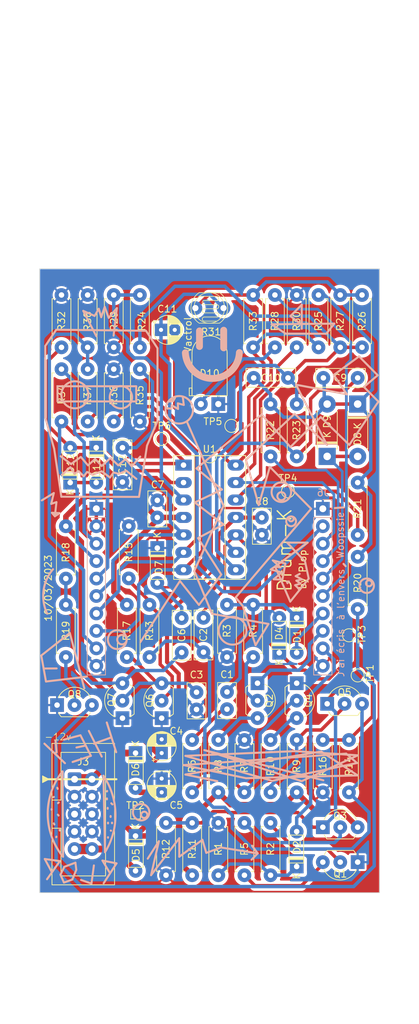
<source format=kicad_pcb>
(kicad_pcb (version 20221018) (generator pcbnew)
  (title_block (title "Drum_k PCB") (date "2023-03-09") (rev "MKII") (company "Plop's Modular"))
  (layers (0 "F.Cu" signal) (31 "B.Cu" signal) (36 "B.SilkS" user "B.Silkscreen") (37 "F.SilkS" user "F.Silkscreen") (38 "B.Mask" user) (39 "F.Mask" user) (44 "Edge.Cuts" user))
  (net 0 "")
  (net 1 "Net-(D1-K)")
  (net 2 "Net-(C1-Pad2)")
  (net 3 "Net-(Q5-C)")
  (net 4 "Net-(D4-K)")
  (net 5 "Net-(Q6-C)")
  (net 6 "GND")
  (net 7 "+12V")
  (net 8 "-12V")
  (net 9 "Net-(Q7-C)")
  (net 10 "Net-(D7-A)")
  (net 11 "Net-(D8-K)")
  (net 12 "Net-(C10-Pad2)")
  (net 13 "Net-(C11-Pad2)")
  (net 14 "Net-(D2-K)")
  (net 15 "Net-(D5-A)")
  (net 16 "Net-(D6-K)")
  (net 17 "Net-(D10-A)")
  (net 18 "Decay2")
  (net 19 "Net-(Q1-B)")
  (net 20 "Net-(Q1-C)")
  (net 21 "Net-(Q2-B)")
  (net 22 "Net-(Q2-C)")
  (net 23 "Net-(Q3-E)")
  (net 24 "Net-(Q3-B)")
  (net 25 "Net-(Q4-B)")
  (net 26 "Net-(Q4-C)")
  (net 27 "Net-(Q5-B)")
  (net 28 "Net-(Q6-B)")
  (net 29 "Net-(Q8-B)")
  (net 30 "Net-(Q8-C)")
  (net 31 "Tone2")
  (net 32 "Trig")
  (net 33 "Accent")
  (net 34 "SW1")
  (net 35 "Dist1")
  (net 36 "Dist2")
  (net 37 "Led")
  (net 38 "Tune")
  (net 39 "Decay1")
  (net 40 "CV")
  (net 41 "Tone1")
  (net 42 "Level1")
  (net 43 "Out")
  (net 44 "Level2")
  (net 45 "Net-(U1D-+)")
  (net 46 "Net-(U1C--)")
  (net 47 "Net-(U1A-+)")
  (footprint "Drum-K:C_Rect_L7.0mm_W2.5mm_P5.00mm" (layer "F.Cu") (at 97.79 49.53 180)
    (fp_text reference "C9")
    (fp_text value "56nf")
  )
  (footprint "Drum-K:DO-35_SOD27_P5.08mm_Horizontal" (layer "F.Cu") (at 59.67 55.88 -90)
    (fp_text reference "D11")
    (fp_text value "1N4148")
  )
  (footprint "Drum-K:Resistor_D2.5mm_P7.62mm" (layer "F.Cu") (at 64.135 82.55 -90)
    (fp_text reference "R17")
    (fp_text value "1M")
  )
  (footprint "Drum-K:Resistor_D2.5mm_P7.62mm" (layer "F.Cu") (at 82.55 90.17 90)
    (fp_text reference "R4")
    (fp_text value "100k")
  )
  (footprint "Drum-K:Resistor_D2.5mm_P7.62mm" (layer "F.Cu") (at 62.23 55.88 90)
    (fp_text reference "R36")
    (fp_text value "1k")
  )
  (footprint "Drum-K:C_Rect_L7.0mm_W2.5mm_P5.00mm" (layer "F.Cu") (at 63.5 59.69 -90)
    (fp_text reference "C12")
    (fp_text value "100nf")
  )
  (footprint "Drum-K:Resistor_D2.5mm_P7.62mm" (layer "F.Cu") (at 78.74 82.55 -90)
    (fp_text reference "R3")
    (fp_text value "100k")
  )
  (footprint "Drum-K:DO-35_SOD27_P5.08mm_Horizontal" (layer "F.Cu") (at 86.36 93.345 90)
    (fp_text reference "D4")
    (fp_text value "1N4148")
  )
  (footprint "Drum-K:Resistor_D2.5mm_P7.62mm" (layer "F.Cu") (at 66.04 48.26 -90)
    (fp_text reference "R35")
    (fp_text value "100k")
  )
  (footprint "Drum-K:CP_Radial_D4.0mm_P2.00mm" (layer "F.Cu") (at 69.215 107.855 -90)
    (fp_text reference "C5")
    (fp_text value "10uf")
  )
  (footprint "Drum-K:Resistor_D2.5mm_P7.62mm" (layer "F.Cu") (at 85.09 121.92 90)
    (fp_text reference "R2")
    (fp_text value "10k")
  )
  (footprint "Drum-K:TestPoint_square" (layer "F.Cu") (at 65.405 113.03)
    (fp_text reference "TP2")
    (fp_text value "TestPoint" hide)
  )
  (footprint "Drum-K:C_Disc_D5.0mm_W2.5mm_P2.50mm" (layer "F.Cu") (at 74.295 95.29 -90)
    (fp_text reference "C3")
    (fp_text value "100n")
  )
  (footprint "Drum-K:CP_Radial_D4.0mm_P2.00mm" (layer "F.Cu") (at 69.12 42.545)
    (fp_text reference "C11")
    (fp_text value "33uf")
  )
  (footprint "Drum-K:TestPoint_Round" (layer "F.Cu") (at 69.215 58.42 180)
    (fp_text reference "TP6")
    (fp_text value "TestPoint")
  )
  (footprint "Drum-K:DO-41_SOD81_P7.62mm_Horizontal(1n4007)" (layer "F.Cu") (at 93.345 60.96 90)
    (fp_text reference "D9")
    (fp_text value "1N4007")
  )
  (footprint "Drum-K:Resistor_D2.5mm_P7.62mm" (layer "F.Cu") (at 55.245 82.55 -90)
    (fp_text reference "R19")
    (fp_text value "100k")
  )
  (footprint "Drum-K:DO-35_SOD27_P5.08mm_Horizontal" (layer "F.Cu") (at 68.58 70.485 -90)
    (fp_text reference "D7")
    (fp_text value "1N4148")
  )
  (footprint "Drum-K:Resistor_D2.5mm_P7.62mm" (layer "F.Cu") (at 64.4144 71.0946 -90)
    (fp_text reference "R15")
    (fp_text value "2.2k")
  )
  (footprint "Drum-K:DO-35_SOD27_P5.08mm_Horizontal" (layer "F.Cu") (at 88.9 80.645 -90)
    (fp_text reference "D1")
    (fp_text value "1N4148")
  )
  (footprint "Drum-K:Resistor_D2.5mm_P7.62mm" (layer "F.Cu") (at 58.42 48.26 -90)
    (fp_text reference "R37")
    (fp_text value "1k")
  )
  (footprint "Drum-K:Resistor_D2.5mm_P7.62mm" (layer "F.Cu") (at 97.79 72.39 90)
    (fp_text reference "R21")
    (fp_text value "1M")
  )
  (footprint "Drum-K:TO-92L_Inline_Wide" (layer "F.Cu") (at 93.345 96.97)
    (fp_text reference "Q5")
    (fp_text value "2N3906")
  )
  (footprint "Drum-K:C_Rect_L7.0mm_W2.5mm_P5.00mm" (layer "F.Cu") (at 72.136 89.495 90)
    (fp_text reference "C6")
    (fp_text value "33nf")
  )
  (footprint "Drum-K:Resistor_D2.5mm_P7.62mm" (layer "F.Cu") (at 98.425 45.085 90)
    (fp_text reference "R26")
    (fp_text value "470k")
  )
  (footprint "Drum-K:Resistor_D2.5mm_P7.62mm" (layer "F.Cu") (at 81.28 121.92 90)
    (fp_text reference "R5")
    (fp_text value "100k")
  )
  (footprint "Drum-K:Resistor_D2.5mm_P7.62mm" (layer "F.Cu") (at 77.47 121.92 90)
    (fp_text reference "R1")
    (fp_text value "100k")
  )
  (footprint "Drum-K:Resistor_D2.5mm_P7.62mm" (layer "F.Cu") (at 66.04 45.085 90)
    (fp_text reference "R24")
    (fp_text value "51k")
  )
  (footprint "Drum-K:DO-35_SOD27_P5.08mm_Horizontal" (layer "F.Cu") (at 65.405 112.395 -90)
    (fp_text reference "D5")
    (fp_text value "1N4148")
  )
  (footprint "Drum-K:Resistor_D2.5mm_P7.62mm" (layer "F.Cu") (at 95.25 45.085 90)
    (fp_text reference "R27")
    (fp_text value "47k")
  )
  (footprint "Drum-K:Resistor_D2.5mm_P7.62mm" (layer "F.Cu") (at 92.71 109.855 90)
    (fp_text reference "R16")
    (fp_text value "4.7k")
  )
  (footprint "Drum-K:Resistor_D2.5mm_P7.62mm" (layer "F.Cu") (at 73.66 121.92 90)
    (fp_text reference "R11")
    (fp_text value "1k")
  )
  (footprint "Drum-K:Resistor_D2.5mm_P7.62mm" (layer "F.Cu") (at 55.245 71.12 -90)
    (fp_text reference "R18")
    (fp_text value "20k")
  )
  (footprint "Drum-K:Resistor_D2.5mm_P7.62mm" (layer "F.Cu") (at 54.61 55.88 90)
    (fp_text reference "R34")
    (fp_text value "100")
  )
  (footprint "Drum-K:Resistor_D2.5mm_P7.62mm" (layer "F.Cu") (at 73.66 102.235 -90)
    (fp_text reference "R6")
    (fp_text value "20k")
  )
  (footprint "Drum-K:TO-92L_Inline_Wide" (layer "F.Cu") (at 92.71 114.935)
    (fp_text reference "Q3")
    (fp_text value "2N3906")
  )
  (footprint "Drum-K:Resistor_D2.5mm_P7.62mm" (layer "F.Cu") (at 58.42 45.085 90)
    (fp_text reference "R38")
    (fp_text value "100k")
  )
  (footprint "Drum-K:C_Disc_D5.0mm_W2.5mm_P2.50mm" (layer "F.Cu") (at 83.82 72.37 90)
    (fp_text reference "C8")
    (fp_text value "100nf")
  )
  (footprint "Drum-K:TestPoint_Round" (layer "F.Cu") (at 87.63 66.04 180)
    (fp_text reference "TP4")
    (fp_text value "TestPoint")
  )
  (footprint "Drum-K:TestPoint_Round" (layer "F.Cu") (at 79.375 56.515 180)
    (fp_text reference "TP5")
    (fp_text value "TestPoint")
  )
  (footprint "Drum-K:C_Disc_D5.0mm_W2.5mm_P2.50mm" (layer "F.Cu") (at 68.58 69.85 90)
    (fp_text reference "C7")
    (fp_text value "100nf")
  )
  (footprint "Drum-K:Resistor_D2.5mm_P7.62mm" (layer "F.Cu") (at 88.9 37.465 -90)
    (fp_text reference "R30")
    (fp_text value "20k")
  )
  (footprint "Drum-K:TO-92L_Inline_Wide" (layer "F.Cu") (at 63.5 99.06 90)
    (fp_text reference "Q7")
    (fp_text value "2N3904")
  )
  (footprint "Drum-K:LDR_D5.0mm" (layer "F.Cu") (at 77.432 39.37 180)
    (fp_text reference "R31")
    (fp_text value "5537")
  )
  (footprint "Drum-K:TestPoint_Round" (layer "F.Cu") (at 96.52 86.995)
    (fp_text reference "TP3")
    (fp_text value "TestPoint" hide)
  )
  (footprint "Drum-K:TO-92L_Inline_Wide" (layer "F.Cu") (at 83.185 93.97 -90)
    (fp_text reference "Q2")
    (fp_text value "2N3904")
  )
  (footprint "Drum-K:Resistor_D2.5mm_P7.62mm" (layer "F.Cu") (at 97.79 83.185 90)
    (fp_text reference "R20")
    (fp_text value "6.8")
  )
  (footprint "Drum-K:Resistor_D2.5mm_P7.62mm" (layer "F.Cu") (at 54.61 37.465 -90)
    (fp_text reference "R32")
    (fp_text value "1k")
  )
  (footprint "Drum-K:C_Disc_D5.0mm_W2.5mm_P2.50mm" (layer "F.Cu") (at 78.74 95.25 -90)
    (fp_text reference "C1")
    (fp_text value "100n")
  )
  (footprint "Drum-K:TO-92L_Inline_Wide" (layer "F.Cu") (at 97.79 120.015 180)
    (fp_text reference "Q1")
    (fp_text value "2N3904")
  )
  (footprint "Drum-K:C_Rect_L7.0mm_W2.5mm_P5.00mm" (layer "F.Cu") (at 75.311 89.455 90)
    (fp_text reference "C2")
    (fp_text value "10n")
  )
  (footprint "Drum-K:Resistor_D2.5mm_P7.62mm" (layer "F.Cu") (at 81.28 109.855 90)
    (fp_text reference "R7")
    (fp_text value "10k")
  )
  (footprint "Drum-K:Resistor_D2.5mm_P7.62mm" (layer "F.Cu") (at 82.55 37.465 -90)
    (fp_text reference "R33")
    (fp_text value "47k")
  )
  (footprint "Drum-K:TO-92L_Inline_Wide" (layer "F.Cu") (at 53.965 97.155)
    (fp_text reference "Q8")
    (fp_text value "2N3904")
  )
  (footprint "Drum-K:DIP-14_W7.62mm_Socket_LongPads" (layer "F.Cu") (at 72.4 62.225)
    (fp_text reference "U1")
    (fp_text value "TL074")
  )
  (footprint "Drum-K:Resistor_D2.5mm_P7.62mm" (layer "F.Cu") (at 85.725 37.465 -90)
    (fp_text reference "R28")
    (fp_text value "100k")
  )
  (footprint "Drum-K:Resistor_D2.5mm_P7.62mm" (layer "F.Cu") (at 88.9 53.34 -90)
    (fp_text reference "R23")
    (fp_text value "1M")
  )
  (footprint "Drum-K:DO-35_SOD27_P5.08mm_Horizontal" (layer "F.Cu") (at 88.9 124.46 90)
    (fp_text reference "D2")
    (fp_text value "1N4148")
  )
  (footprint "Drum-K:TO-92L_Inline_Wide" (layer "F.Cu") (at 88.9 93.97 -90)
    (fp_text reference "Q4")
    (fp_text value "2N3904")
  )
  (footprint "Drum-K:TO-92L_Inline_Wide" (layer "F.Cu") (at 69.215 99.06 90)
    (fp_text reference "Q6")
    (fp_text value "2N3904")
  )
  (footprint "Drum-K:C_Rect_L7.0mm_W2.5mm_P5.00mm" (layer "F.Cu") (at 82.63 49.53)
    (fp_text reference "C10")
    (fp_text value "56nf")
  )
  (footprint "Drum-K:Resistor_D2.5mm_P7.62mm" (layer "F.Cu") (at 69.85 114.3 -90)
    (fp_text reference "R12")
    (fp_text value "1M")
  )
  (footprint "Drum-K:Resistor_D2.5mm_P7.62mm" (layer "F.Cu") (at 96.52 109.855 90)
    (fp_text reference "R14")
    (fp_text value "100k")
  )
  (footprint "Drum-K:Resistor_D2.5mm_P7.62mm" (layer "F.Cu") (at 85.09 109.855 90)
    (fp_text reference "R10")
    (fp_text value "10k")
  )
  (footprint "Drum-K:LED_D5.0mm_Horizontal" (layer "F.Cu") (at 77.47 53.34 180)
    (fp_text reference "D10")
    (fp_text value "LED White")
  )
  (footprint "Drum-K:CP_Radial_D4.0mm_P2.00mm" (layer "F.Cu") (at 69.215 104.14 90)
    (fp_text reference "C4")
    (fp_text value "10uf")
  )
  (footprint "Drum-K:Resistor_D2.5mm_P7.62mm" (layer "F.Cu") (at 62.23 45.085 90)
    (fp_text reference "R29")
    (fp_text value "10k")
  )
  (footprint "Drum-K:IDC-Header_2x05" (layer "F.Cu") (at 56.515 107.95)
    (fp_text reference "J3")
    (fp_text value "Eurorack_power")
  )
  (footprint "Drum-K:DO-41_SOD81_P7.62mm_Horizontal(1n4007)" (layer "F.Cu") (at 97.79 53.34 -90)
    (fp_text reference "D8")
    (fp_text value "1N4007")
  )
  (footprint "Drum-K:Resistor_D2.5mm_P7.62mm" (layer "F.Cu") (at 92.075 37.465 -90)
    (fp_text reference "R25")
    (fp_text value "470k")
  )
  (footprint "Drum-K:Resistor_D2.5mm_P7.62mm" (layer "F.Cu") (at 67.437 90.17 90)
    (fp_text reference "R13")
    (fp_text value "4.7k")
  )
  (footprint "Drum-K:DO-35_SOD27_P5.08mm_Horizontal" (layer "F.Cu") (at 65.405 100.33 -90)
    (fp_text reference "D6")
    (fp_text value "1N4148")
  )
  (footprint "Drum-K:DO-35_SOD27_P5.08mm_Horizontal" (layer "F.Cu") (at 55.88 68.58 90)
    (fp_text reference "D12")
    (fp_text value "1N4148")
  )
  (footprint "Drum-K:Resistor_D2.5mm_P7.62mm" (layer "F.Cu") (at 85.09 53.34 -90)
    (fp_text reference "R22")
    (fp_text value "4.7k")
  )
  (footprint "Drum-K:TestPoint_Round" (layer "F.Cu") (at 97.79 92.837)
    (fp_text reference "TP1")
    (fp_text value "TestPoint" hide)
  )
  (footprint "Drum-K:Resistor_D2.5mm_P7.62mm" (layer "F.Cu") (at 88.9 109.855 90)
    (fp_text reference "R9")
    (fp_text value "4.7k")
  )
  (footprint "Drum-K:Resistor_D2.5mm_P7.62mm" (layer "F.Cu") (at 77.47 102.235 -90)
    (fp_text reference "R8")
    (fp_text value "4.7k")
  )
  (footprint "Drum-K:PinHeader_1x10" (layer "B.Cu") (at 59.69 68.58 180)
    (fp_text reference "J5" hide)
    (fp_text value "Conn_Left")
  )
  (footprint "Drum-K:PinHeader_1x10" (layer "B.Cu") (at 92.71 68.58 180)
    (fp_text reference "J6")
    (fp_text value "Conn_Right")
  )
  (gr_arc (start 60.731399 107.442) (mid 62.48025 112.975185) (end 60.955724 118.574331) (stroke (width 0.3)) (layer "B.SilkS"))
  (gr_circle (center 79.5528 86.3346) (end 78.3844 84.6836) (stroke (width 0.3)) (fill none) (layer "B.SilkS"))
  (gr_rect (start 54.0258 50.7492) (end 65.5066 52.959) (stroke (width 0.3)) (fill none) (layer "B.SilkS"))
  (gr_line (start 85.7504 76.9874) (end 85.1154 77.4192) (stroke (width 0.3)) (layer "B.SilkS"))
  (gr_line (start 74.7268 42.6974) (end 74.7268 44.958) (stroke (width 1)) (layer "B.SilkS"))
  (gr_line (start 71.882 79.0956) (end 74.6506 82.5754) (stroke (width 0.3)) (layer "B.SilkS"))
  (gr_line (start 90.5002 73.5076) (end 85.7504 76.9874) (stroke (width 0.3)) (layer "B.SilkS"))
  (gr_line (start 71.7804 116.5352) (end 71.7804 119.2276) (stroke (width 0.3)) (layer "B.SilkS"))
  (gr_line (start 62.2046 63.2968) (end 61.6712 64.0334) (stroke (width 0.3)) (layer "B.SilkS"))
  (gr_line (start 78.2574 42.5958) (end 78.2574 45.1612) (stroke (width 1)) (layer "B.SilkS"))
  (gr_line (start 85.4202 76.0984) (end 87.249 76.5556) (stroke (width 0.3)) (layer "B.SilkS"))
  (gr_line (start 87.4522 79.1718) (end 87.757 79.1718) (stroke (width 0.3)) (layer "B.SilkS"))
  (gr_line (start 60.4774 63.119) (end 59.1312 63.627) (stroke (width 0.3)) (layer "B.SilkS"))
  (gr_line (start 97.8154 104.4702) (end 89.6366 108.2294) (stroke (width 0.3)) (layer "B.SilkS"))
  (gr_arc (start 80.54448 45.850261) (mid 76.617484 49.611424) (end 72.6694 45.8724) (stroke (width 1)) (layer "B.SilkS"))
  (gr_line (start 71.7804 119.2276) (end 75.1586 116.7638) (stroke (width 0.3)) (layer "B.SilkS"))
  (gr_line (start 60.4774 104.648) (end 58.5978 100.9142) (stroke (width 0.3)) (layer "B.SilkS"))
  (gr_circle (center 63.4238 87.63) (end 64.0588 87.376) (stroke (width 0.3)) (fill none) (layer "B.SilkS"))
  (gr_line (start 60.0456 39.4716) (end 60.4012 40.6908) (stroke (width 0.3)) (layer "B.SilkS"))
  (gr_line (start 62.8904 62.2554) (end 63.9572 61.341) (stroke (width 0.3)) (layer "B.SilkS"))
  (gr_line (start 82.9056 88.4428) (end 84.7852 85.344) (stroke (width 0.3)) (layer "B.SilkS"))
  (gr_circle (center 62.739885 87.63) (end 64.107715 87.63) (stroke (width 0.3)) (fill none) (layer "B.SilkS"))
  (gr_line (start 83.2104 118.745) (end 82.3976 117.6274) (stroke (width 0.3)) (layer "B.SilkS"))
  (gr_circle (center 86.6648 66.167) (end 86.741 67.5894) (stroke (width 0.3)) (fill none) (layer "B.SilkS"))
  (gr_line (start 87.9602 82.0928) (end 90.6526 78.74) (stroke (width 0.3)) (layer "B.SilkS"))
  (gr_line (start 88.7984 50.5206) (end 93.3196 59.2836) (stroke (width 0.3)) (layer "B.SilkS"))
  (gr_line (start 58.9788 123.1392) (end 57.4548 122.6058) (stroke (width 0.3)) (layer "B.SilkS"))
  (gr_line (start 60.4774 62.357) (end 61.7474 61.1886) (stroke (width 0.3)) (layer "B.SilkS"))
  (gr_line (start 54.83374 119.231589) (end 54.7624 106.807) (stroke (width 0.3)) (layer "B.SilkS"))
  (gr_line (start 75.7174 118.6688) (end 77.851 117.8814) (stroke (width 0.3)) (layer "B.SilkS"))
  (gr_line (start 94.3102 49.0982) (end 96.2152 51.9176) (stroke (width 0.3)) (layer "B.SilkS"))
  (gr_line (start 77.3176 108.2294) (end 72.6694 107.2642) (stroke (width 0.3)) (layer "B.SilkS"))
  (gr_circle (center 66.675 113.1316) (end 66.675 112.6744) (stroke (width 0.3)) (fill none) (layer "B.SilkS"))
  (gr_line (start 87.9856 59.5884) (end 92.4052 55.245) (stroke (width 0.3)) (layer "B.SilkS"))
  (gr_line (start 87.9856 40.5384) (end 89.4842 41.6814) (stroke (width 0.3)) (layer "B.SilkS"))
  (gr_line (start 75.438 103.7082) (end 92.7862 108.1024) (stroke (width 0.3)) (layer "B.SilkS"))
  (gr_line (start 54.9656 122.9868) (end 54.4576 121.8438) (stroke (width 0.3)) (layer "B.SilkS"))
  (gr_line (start 55.118 105.6132) (end 52.1208 102.7684) (stroke (width 0.3)) (layer "B.SilkS"))
  (gr_line (start 56.642 120.0912) (end 56.769 121.1326) (stroke (width 0.3)) (layer "B.SilkS"))
  (gr_line (start 85.2424 41.7322) (end 87.2998 43.1038) (stroke (width 0.3)) (layer "B.SilkS"))
  (gr_line (start 78.0034 65.786) (end 74.295 62.7126) (stroke (width 0.3)) (layer "B.SilkS"))
  (gr_line (start 86.7156 77.851) (end 85.1154 77.4192) (stroke (width 0.3)) (layer "B.SilkS"))
  (gr_line (start 64.0588 63.0428) (end 62.9666 63.5) (stroke (width 0.3)) (layer "B.SilkS"))
  (gr_line (start 58.9026 104.5464) (end 56.2356 105.4354) (stroke (width 0.3)) (layer "B.SilkS"))
  (gr_line (start 63.9572 61.341) (end 64.8462 62.4078) (stroke (width 0.3)) (layer "B.SilkS"))
  (gr_line (start 62.0268 111.6076) (end 61.8744 111.4552) (stroke (width 0.3)) (layer "B.SilkS"))
  (gr_line (start 65.913 66.8528) (end 54.5846 66.8274) (stroke (width 0.3)) (layer "B.SilkS"))
  (gr_line (start 51.7398 67.3608) (end 53.4924 66.294) (stroke (width 0.3)) (layer "B.SilkS"))
  (gr_line (start 90.6526 78.74) (end 90.1192 76.2508) (stroke (width 0.3)) (layer "B.SilkS"))
  (gr_line (start 53.5432 59.8424) (end 54.5846 66.8274) (stroke (width 0.3)) (layer "B.SilkS"))
  (gr_line (start 67.0814 59.3852) (end 65.913 66.8528) (stroke (width 0.3)) (layer "B.SilkS"))
  (gr_line (start 56.1848 122.555) (end 54.9656 122.9868) (stroke (width 0.3)) (layer "B.SilkS"))
  (gr_line (start 62.9666 63.5) (end 62.2046 63.2968) (stroke (width 0.3)) (layer "B.SilkS"))
  (gr_line (start 61.214 99.695) (end 61.8998 101.854) (stroke (width 0.3)) (layer "B.SilkS"))
  (gr_line (start 53.848 42.5196) (end 66.929 42.672) (stroke (width 0.3)) (layer "B.SilkS"))
  (gr_line (start 61.2394 109.728) (end 61.2648 109.6518) (stroke (width 0.3)) (layer "B.SilkS"))
  (gr_line (start 87.2998 43.1038) (end 93.218 43.1038) (stroke (width 0.3)) (layer "B.SilkS"))
  (gr_line (start 61.7728 113.4364) (end 61.7728 113.3094) (stroke (width 0.3)) (layer "B.SilkS"))
  (gr_line (start 90.1192 76.2508) (end 87.503 73.5076) (stroke (width 0.3)) (layer "B.SilkS"))
  (gr_line (start 88.6206 103.8606) (end 97.8154 104.4702) (stroke (width 0.3)) (layer "B.SilkS"))
  (gr_line (start 54.356 115.4176) (end 54.3306 115.316) (stroke (width 0.3)) (layer "B.SilkS"))
  (gr_line (start 75.1586 116.7638) (end 75.7174 118.6688) (stroke (width 0.3)) (layer "B.SilkS"))
  (gr_line (start 51.6636 89.9414) (end 55.8292 86.6648) (stroke (width 0.3)) (layer "B.SilkS"))
  (gr_line (start 69.7738 53.8988) (end 70.6374 54.0258) (stroke (width 0.3)) (layer "B.SilkS"))
  (gr_line (start 53.8988 104.013) (end 53.6194 104.1908) (stroke (width 0.3)) (layer "B.SilkS"))
  (gr_line (start 89.4588 79.4766) (end 88.8492 79.0448) (stroke (width 0.3)) (layer "B.SilkS"))
  (gr_line (start 54.0004 109.1946) (end 54.0512 109.347) (stroke (width 0.3)) (layer "B.SilkS"))
  (gr_line (start 53.8734 67.6148) (end 53.6448 69.6722) (stroke (width 0.3)) (layer "B.SilkS"))
  (gr_line (start 59.436 40.513) (end 60.0456 39.4716) (stroke (width 0.3)) (layer "B.SilkS"))
  (gr_line (start 74.041 67.6656) (end 78.0034 65.786) (stroke (width 0.3)) (layer "B.SilkS"))
  (gr_line (start 89.662 38.862) (end 87.9856 40.5384) (stroke (width 0.3)) (layer "B.SilkS"))
  (gr_line (start 100.8126 52.9844) (end 98.7044 50.8508) (stroke (width 0.3)) (layer "B.SilkS"))
  (gr_line (start 60.955724 118.574331) (end 60.731399 107.442) (stroke (width 0.3)) (layer "B.SilkS"))
  (gr_line (start 54.4576 121.8438) (end 55.0164 120.7008) (stroke (width 0.3)) (layer "B.SilkS"))
  (gr_line (start 89.0778 80.0862) (end 88.6714 79.7052) (stroke (width 0.3)) (layer "B.SilkS"))
  (gr_line (start 53.4416 110.5662) (end 53.4924 110.5154) (stroke (width 0.3)) (layer "B.SilkS"))
  (gr_line (start 81.0514 82.7532) (end 82.9056 88.4428) (stroke (width 0.3)) (layer "B.SilkS"))
  (gr_line (start 53.5686 114.5286) (end 53.4924 114.3762) (stroke (width 0.3)) (layer "B.SilkS"))
  (gr_line (start 72.6694 104.5464) (end 88.6206 103.8606) (stroke (width 0.3)) (layer "B.SilkS"))
  (gr_line (start 57.0992 63.0936) (end 56.515 63.5) (stroke (width 0.3)) (layer "B.SilkS"))
  (gr_line (start 68.6054 55.8292) (end 67.0814 59.3852) (stroke (width 0.3)) (layer "B.SilkS"))
  (gr_line (start 91.0082 68.58) (end 80.01 81.4832) (stroke (width 0.3)) (layer "B.SilkS"))
  (gr_circle (center 86.6648 66.7512) (end 86.6648 66.167) (stroke (width 0.3)) (fill none) (layer "B.SilkS"))
  (gr_circle (center 66.2178 112.7506) (end 67.2338 113.3856) (stroke (width 0.3)) (fill none) (layer "B.SilkS"))
  (gr_line (start 62.6872 39.37) (end 62.2046 43.3832) (stroke (width 0.3)) (layer "B.SilkS"))
  (gr_line (start 67.183 119.507) (end 68.8086 116.967) (stroke (width 0.3)) (layer "B.SilkS"))
  (gr_line (start 53.848 116.3828) (end 53.8734 116.3066) (stroke (width 0.3)) (layer "B.SilkS"))
  (gr_line (start 76.5556 83.8708) (end 73.9648 77.6478) (stroke (width 0.3)) (layer "B.SilkS"))
  (gr_line (start 85.7504 76.9874) (end 86.5378 77.1144) (stroke (width 0.3)) (layer "B.SilkS"))
  (gr_line (start 84.9884 62.484) (end 91.0082 68.58) (stroke (width 0.3)) (layer "B.SilkS"))
  (gr_circle (center 63.2714 52.3494) (end 62.357 51.0032) (stroke (width 0.3)) (fill none) (layer "B.SilkS"))
  (gr_line (start 54.3814 119.8626) (end 52.1716 119.5578) (stroke (width 0.3)) (layer "B.SilkS"))
  (gr_line (start 92.4052 55.245) (end 96.5708 59.2836) (stroke (width 0.3)) (layer "B.SilkS"))
  (gr_line (start 61.6712 64.0334) (end 60.4774 63.119) (stroke (width 0.3)) (layer "B.SilkS"))
  (gr_line (start 72.4154 105.8926) (end 96.1136 104.2162) (stroke (width 0.3)) (layer "B.SilkS"))
  (gr_line (start 58.9026 104.5464) (end 57.3786 101.5492) (stroke (width 0.3)) (layer "B.SilkS"))
  (gr_line (start 70.8914 52.9082) (end 70.3834 52.959) (stroke (width 0.3)) (layer "B.SilkS"))
  (gr_line (start 87.757 79.1718) (end 87.5538 79.4004) (stroke (width 0.3)) (layer "B.SilkS"))
  (gr_line (start 72.6694 107.2642) (end 92.456 103.9114) (stroke (width 0.3)) (layer "B.SilkS"))
  (gr_line (start 54.3306 69.215) (end 53.6448 69.6722) (stroke (width 0.3)) (layer "B.SilkS"))
  (gr_line (start 59.5122 61.341) (end 60.4774 62.357) (stroke (width 0.3)) (layer "B.SilkS"))
  (gr_line (start 100.711 49.149) (end 97.9932 46.4058) (stroke (width 0.3)) (layer "B.SilkS"))
  (gr_line (start 87.503 73.5076) (end 90.5002 73.5076) (stroke (width 0.3)) (layer "B.SilkS"))
  (gr_line (start 80.01 81.4832) (end 81.0514 82.7532) (stroke (width 0.3)) (layer "B.SilkS"))
  (gr_line (start 53.5432 59.8424) (end 52.2478 55.3212) (stroke (width 0.3)) (layer "B.SilkS"))
  (gr_line (start 58.3438 63.2206) (end 57.8612 63.8556) (stroke (width 0.3)) (layer "B.SilkS"))
  (gr_line (start 52.1716 119.5578) (end 53.213 121.4882) (stroke (width 0.3)) (layer "B.SilkS"))
  (gr_line (start 53.6448 69.6722) (end 53.213 69.1642) (stroke (width 0.3)) (layer "B.SilkS"))
  (gr_line (start 82.3976 117.6274) (end 83.2104 118.745) (stroke (width 0.3)) (layer "B.SilkS"))
  (gr_line (start 88.5952 54.7624) (end 81.5086 61.468) (stroke (width 0.3)) (layer "B.SilkS"))
  (gr_line (start 52.0065 91.8337) (end 53.8988 91.821) (stroke (width 0.3)) (layer "B.SilkS"))
  (gr_line (start 71.1454 52.451) (end 70.8914 52.9082) (stroke (width 0.3)) (layer "B.SilkS"))
  (gr_line (start 93.3196 59.2836) (end 88.5952 54.7624) (stroke (width 0.3)) (layer "B.SilkS"))
  (gr_line (start 52.3494 93.726) (end 51.6636 89.9414) (stroke (width 0.3)) (layer "B.SilkS"))
  (gr_line (start 94.3864 41.6306) (end 85.2424 41.7322) (stroke (width 0.3)) (layer "B.SilkS"))
  (gr_circle (center 99.1108 79.7814) (end 99.7458 78.9432) (stroke (width 0.3)) (fill none) (layer "B.SilkS"))
  (gr_line (start 61.8236 115.443) (end 61.7982 115.4176) (stroke (width 0.3)) (layer "B.SilkS"))
  (gr_line (start 52.2478 44.8818) (end 53.848 42.5196) (stroke (width 0.3)) (layer "B.SilkS"))
  (gr_line (start 86.5378 77.1144) (end 85.4202 76.0984) (stroke (width 0.3)) (layer "B.SilkS"))
  (gr_line (start 88.7476 78.3844) (end 89.3318 78.0542) (stroke (width 0.3)) (layer "B.SilkS"))
  (gr_line (start 67.6656 121.92) (end 71.7804 116.5352) (stroke (width 0.3)) (layer "B.SilkS"))
  (gr_line (start 53.4924 66.294) (end 53.1114 67.8688) (stroke (width 0.3)) (layer "B.SilkS"))
  (gr_line (start 70.3834 52.959) (end 71.1454 52.451) (stroke (width 0.3)) (layer "B.SilkS"))
  (gr_line (start 53.213 69.1642) (end 54.3306 69.215) (stroke (width 0.3)) (layer "B.SilkS"))
  (gr_line (start 59.3344 120.4976) (end 58.9788 123.1392) (stroke (width 0.3)) (layer "B.SilkS"))
  (gr_line (start 60.4012 40.6908) (end 60.9092 39.1922) (stroke (width 0.3)) (layer "B.SilkS"))
  (gr_line (start 60.7568 123.0884) (end 62.6364 120.1928) (stroke (width 0.3)) (layer "B.SilkS"))
  (gr_line (start 96.5962 68.1736) (end 96.4946 68.199) (stroke (width 0.3)) (layer "B.SilkS"))
  (gr_line (start 61.3918 114.3762) (end 61.3918 114.2746) (stroke (width 0.3)) (layer "B.SilkS"))
  (gr_line (start 97.6884 105.5878) (end 85.3186 108.1786) (stroke (width 0.3)) (layer "B.SilkS"))
  (gr_line (start 78.232 70.866) (end 74.041 67.6656) (stroke (width 0.3)) (layer "B.SilkS"))
  (gr_line (start 60.579 119.7864) (end 61.6966 121.6406) (stroke (width 0.3)) (layer "B.SilkS"))
  (gr_line (start 61.341 112.2426) (end 61.341 112.1156) (stroke (width 0.3)) (layer "B.SilkS"))
  (gr_line (start 54.1782 113.2332) (end 54.0766 113.1062) (stroke (width 0.3)) (layer "B.SilkS"))
  (gr_line (start 57.4294 61.0362) (end 58.4708 62.2554) (stroke (width 0.3)) (layer "B.SilkS"))
  (gr_line (start 65.532 64.2366) (end 64.0588 63.0428) (stroke (width 0.3)) (layer "B.SilkS"))
  (gr_line (start 88.8492 79.0448) (end 89.6874 78.867) (stroke (width 0.3)) (layer "B.SilkS"))
  (gr_line (start 71.5772 53.2384) (end 72.4408 53.467) (stroke (width 0.3)) (layer "B.SilkS"))
  (gr_line (start 96.4946 68.199) (end 96.5454 68.1863) (stroke (width 0.3)) (layer "B.SilkS"))
  (gr_line (start 96.5708 59.2836) (end 100.8126 52.9844) (stroke (width 0.3)) (layer "B.SilkS"))
  (gr_line (start 72.4408 53.467) (end 72.2884 52.2732) (stroke (width 0.3)) (layer "B.SilkS"))
  (gr_line (start 85.3186 108.1786) (end 72.6694 104.5464) (stroke (width 0.3)) (layer "B.SilkS"))
  (gr_line (start 93.218 43.1038) (end 94.3864 41.6306) (stroke (width 0.3)) (layer "B.SilkS"))
  (gr_line (start 89.6874 78.867) (end 88.7476 78.3844) (stroke (width 0.3)) (layer "B.SilkS"))
  (gr_line (start 92.456 103.9114) (end 97.79 107.3912) (stroke (width 0.3)) (layer "B.SilkS"))
  (gr_line (start 87.249 76.5556) (end 86.8172 78.8924) (stroke (width 0.3)) (layer "B.SilkS"))
  (gr_line (start 60.9092 39.1922) (end 61.4934 40.7924) (stroke (width 0.3)) (layer "B.SilkS"))
  (gr_line (start 59.1312 63.627) (end 58.3438 63.2206) (stroke (width 0.3)) (layer "B.SilkS"))
  (gr_line (start 84.7852 85.344) (end 76.5556 83.8708) (stroke (width 0.3)) (layer "B.SilkS"))
  (gr_line (start 74.5236 72.8472) (end 78.232 70.866) (stroke (width 0.3)) (layer "B.SilkS"))
  (gr_line (start 61.4934 40.7924) (end 62.6872 39.37) (stroke (width 0.3)) (layer "B.SilkS"))
  (gr_line (start 95.7326 76.6064) (end 96.0374 76.9366) (stroke (width 0.3)) (layer "B.SilkS"))
  (gr_line (start 89.6366 42.3926) (end 89.6366 38.862) (stroke (width 0.3)) (layer "B.SilkS"))
  (gr_line (start 85.7504 76.9874) (end 87.9602 82.0928) (stroke (width 0.3)) (layer "B.SilkS"))
  (gr_line (start 61.976 114.3508) (end 61.976 114.2746) (stroke (width 0.3)) (layer "B.SilkS"))
  (gr_line (start 55.0164 120.7008) (end 56.642 120.0912) (stroke (width 0.3)) (layer "B.SilkS"))
  (gr_circle (center 71.7804 54.1782) (end 72.8726 55.8546) (stroke (width 0.3)) (fill none) (layer "B.SilkS"))
  (gr_line (start 66.929 42.672) (end 68.6054 45.212) (stroke (width 0.3)) (layer "B.SilkS"))
  (gr_line (start 59.3344 102.7684) (end 61.8998 101.854) (stroke (width 0.3)) (layer "B.SilkS"))
  (gr_line (start 56.007 62.0776) (end 57.4294 61.0362) (stroke (width 0.3)) (layer "B.SilkS"))
  (gr_line (start 68.8086 116.967) (end 67.6656 121.92) (stroke (width 0.3)) (layer "B.SilkS"))
  (gr_line (start 70.6882 53.5178) (end 71.6026 54.0512) (stroke (width 0.3)) (layer "B.SilkS"))
  (gr_line (start 94.4626 68.4784) (end 95.7834 68.3768) (stroke (width 0.3)) (layer "B.SilkS"))
  (gr_line (start 88.6714 79.7052) (end 89.4588 79.4766) (stroke (width 0.3)) (layer "B.SilkS"))
  (gr_line (start 89.6366 108.2294) (end 75.438 103.7082) (stroke (width 0.3)) (layer "B.SilkS"))
  (gr_line (start 83.3628 68.0466) (end 84.9884 62.484) (stroke (width 0.3)) (layer "B.SilkS"))
  (gr_line (start 54.9656 102.1842) (end 57.3786 101.5492) (stroke (width 0.3)) (layer "B.SilkS"))
  (gr_line (start 83.7946 54.864) (end 87.9856 59.5884) (stroke (width 0.3)) (layer "B.SilkS"))
  (gr_arc (start 54.83374 119.231589) (mid 52.600549 113.031912) (end 54.7624 106.807) (stroke (width 0.3)) (layer "B.SilkS"))
  (gr_line (start 96.2152 51.9176) (end 88.7984 50.5206) (stroke (width 0.3)) (layer "B.SilkS"))
  (gr_line (start 81.5086 61.468) (end 83.3628 68.0466) (stroke (width 0.3)) (layer "B.SilkS"))
  (gr_line (start 97.9932 46.4058) (end 94.3102 49.0982) (stroke (width 0.3)) (layer "B.SilkS"))
  (gr_line (start 77.851 117.8814) (end 83.2104 118.745) (stroke (width 0.3)) (layer "B.SilkS"))
  (gr_line (start 56.2356 105.4354) (end 57.5691 104.9909) (stroke (width 0.3)) (layer "B.SilkS"))
  (gr_line (start 61.3918 116.459) (end 61.3918 116.3828) (stroke (width 0.3)) (layer "B.SilkS"))
  (gr_line (start 89.0778 80.0862) (end 89.3064 80.4164) (stroke (width 0.3)) (layer "B.SilkS"))
  (gr_line (start 74.6506 82.5754) (end 77.9018 78.1558) (stroke (width 0.3)) (layer "B.SilkS"))
  (gr_line (start 68.6054 45.212) (end 68.6054 55.8292) (stroke (width 0.3)) (layer "B.SilkS"))
  (gr_line (start 66.1162 87.9856) (end 71.882 79.0956) (stroke (width 0.3)) (layer "B.SilkS"))
  (gr_line (start 64.8462 62.4078) (end 66.0908 60.9854) (stroke (width 0.3)) (layer "B.SilkS"))
  (gr_line (start 70.6374 54.0258) (end 70.6882 53.5178) (stroke (width 0.3)) (layer "B.SilkS"))
  (gr_line (start 57.8612 63.8556) (end 57.0992 63.0936) (stroke (width 0.3)) (layer "B.SilkS"))
  (gr_line (start 57.785 39.7764) (end 59.436 40.513) (stroke (width 0.3)) (layer "B.SilkS"))
  (gr_line (start 73.9648 77.6478) (end 78.232 68.1482) (stroke (width 0.3)) (layer "B.SilkS"))
  (gr_line (start 53.7464 102.3366) (end 53.8988 104.013) (stroke (width 0.3)) (layer "B.SilkS"))
  (gr_line (start 59.69 43.4594) (end 57.785 39.7764) (stroke (width 0.3)) (layer "B.SilkS"))
  (gr_circle (center 88.0872 70.4088) (end 88.0872 69.6976) (stroke (width 0.3)) (fill none) (layer "B.SilkS"))
  (gr_circle (center 56.5658 51.9938) (end 55.9054 50.1396) (stroke (width 0.3)) (fill none) (layer "B.SilkS"))
  (gr_line (start 86.8172 78.8924) (end 85.5472 78.8416) (stroke (width 0.3)) (layer "B.SilkS"))
  (gr_line (start 54.2036 111.3282) (end 54.102 111.4298) (stroke (width 0.3)) (layer "B.SilkS"))
  (gr_line (start 56.769 121.1326) (end 56.1848 122.555) (stroke (width 0.3)) (layer "B.SilkS"))
  (gr_line (start 77.9018 78.1558) (end 74.5236 72.8472) (stroke (width 0.3)) (layer "B.SilkS"))
  (gr_line (start 58.3184 93.0148) (end 52.3494 93.726) (stroke (width 0.3)) (layer "B.SilkS"))
  (gr_line (start 55.9054 62.5348) (end 54.6862 63.627) (stroke (width 0.3)) (layer "B.SilkS"))
  (gr_line (start 62.6364 120.1928) (end 60.579 119.7864) (stroke (width 0.3)) (layer "B.SilkS"))
  (gr_line (start 71.6026 54.0512) (end 71.5772 53.2384) (stroke (width 0.3)) (layer "B.SilkS"))
  (gr_line (start 98.7044 50.8508) (end 100.711 49.149) (stroke (width 0.3)) (layer "B.SilkS"))
  (gr_circle (center 99.441 79.4258) (end 99.0092 79.4258) (stroke (width 0.3)) (fill none) (layer "B.SilkS"))
  (gr_line (start 81.5086 107.7976) (end 72.4154 105.8926) (stroke (width 0.3)) (layer "B.SilkS"))
  (gr_line (start 96.1136 104.2162) (end 97.6884 105.5878) (stroke (width 0.3)) (layer "B.SilkS"))
  (gr_line (start 56.515 63.5) (end 55.9054 62.5348) (stroke (width 0.3)) (layer "B.SilkS"))
  (gr_line (start 78.232 68.1482) (end 72.8726 55.8546) (stroke (width 0.3)) (layer "B.SilkS"))
  (gr_line (start 55.8292 86.6648) (end 57.9374 94.7166) (stroke (width 0.3)) (layer "B.SilkS"))
  (gr_line (start 85.5472 78.8416) (end 86.7156 77.851) (stroke (width 0.3)) (layer "B.SilkS"))
  (gr_line (start 58.4708 62.2554) (end 59.5122 61.341) (stroke (width 0.3)) (layer "B.SilkS"))
  (gr_line (start 52.2478 55.3212) (end 52.2478 44.8818) (stroke (width 0.3)) (layer "B.SilkS"))
  (gr_line (start 62.5856 104.013) (end 61.214 99.695) (stroke (width 0.3)) (layer "B.SilkS"))
  (gr_line (start 61.7474 61.1886) (end 62.8904 62.2554) (stroke (width 0.3)) (layer "B.SilkS"))
  (gr_line (start 87.5538 79.4004) (end 87.4522 79.1718) (stroke (width 0.3)) (layer "B.SilkS"))
  (gr_line (start 54.483 60.9346) (end 56.007 62.0776) (stroke (width 0.3)) (layer "B.SilkS"))
  (gr_line (start 82.3214 119.6594) (end 83.2104 118.745) (stroke (width 0.3)) (layer "B.SilkS"))
  (gr_line (start 52.5018 122.5042) (end 54.3814 119.8626) (stroke (width 0.3)) (layer "B.SilkS"))
  (gr_line (start 58.1406 103.0478) (end 56.7944 103.3272) (stroke (width 0.3)) (layer "B.SilkS"))
  (gr_line (start 53.1876 112.395) (end 53.1876 112.2934) (stroke (width 0.3)) (layer "B.SilkS"))
  (gr_arc (start 52.527288 83.854775) (mid 51.9938 80.4926) (end 53.376506 77.381819) (stroke (width 0.3)) (layer "B.SilkS"))
  (gr_circle (center 88.0872 70.0532) (end 88.0872 69.6976) (stroke (width 0.3)) (fill none) (layer "B.SilkS"))
  (gr_line (start 97.79 107.3912) (end 81.5086 107.7976) (stroke (width 0.3)) (layer "B.SilkS"))
  (gr_line (start 74.295 62.7126) (end 83.7946 54.864) (stroke (width 0.3)) (layer "B.SilkS"))
  (gr_line (start 53.1114 67.8688) (end 53.8734 67.6148) (stroke (width 0.3)) (layer "B.SilkS"))
  (gr_line (start 61.2394 110.871) (end 61.2394 110.744) (stroke (width 0.3)) (layer "B.SilkS"))
  (gr_rect (start 51.435 33.655) (end 100.965 124.46) (stroke (width 0.1)) (fill none) (layer "Edge.Cuts"))
  (gr_text "à l'envers" (at 95.9358 77.2414 90) (layer "B.SilkS") (effects (font (size 1 1)) (justify right bottom)))
  (gr_text "Woopssie" (at 95.8596 68.9356 90) (layer "B.SilkS") (effects (font (size 1 1)) (justify right bottom)))
  (gr_text "J'ai écris" (at 95.9104 85.9536 90) (layer "B.SilkS") (effects (font (size 1 1)) (justify right bottom)))
  (gr_text "Vactrol" (at 73.64 45.97 90) (layer "F.SilkS") (effects (font (size 1 1)) (justify left bottom)))
  (gr_text "Drum-K" (at 88.3158 80.8228 90) (layer "F.SilkS") (effects (font (size 2 2) (thickness 0.2)) (justify left bottom)))
  (gr_text "by Plop" (at 90.3732 80.391 90) (layer "F.SilkS") (effects (font (size 1 1)) (justify left bottom)))
  (gr_text "10/03/2023" (at 53.2638 85.09 90) (layer "F.SilkS") (effects (font (size 1 1)) (justify left bottom)))
  (segment (start 78.74 95.123) (end 80.645 93.218) (width 0.5) (layer "B.Cu") (net 1))
  (segment (start 82.55 85.979) (end 82.55 82.55) (width 0.5) (layer "B.Cu") (net 1))
  (segment (start 86.995 82.55) (end 88.9 84.455) (width 0.5) (layer "B.Cu") (net 1))
  (segment (start 82.55 82.55) (end 86.995 82.55) (width 0.5) (layer "B.Cu") (net 1))
  (segment (start 78.74 82.55) (end 82.55 82.55) (width 0.5) (layer "B.Cu") (net 1))
  (segment (start 80.645 93.218) (end 80.645 87.884) (width 0.5) (layer "B.Cu") (net 1))
  (segment (start 80.645 87.884) (end 82.55 85.979) (width 0.5) (layer "B.Cu") (net 1))
  (segment (start 78.74 95.25) (end 78.74 95.123) (width 0.5) (layer "B.Cu") (net 1))
  (segment (start 78.145 97.75) (end 78.74 97.75) (width 0.5) (layer "F.Cu") (net 2))
  (segment (start 73.66 102.235) (end 78.145 97.75) (width 0.5) (layer "F.Cu") (net 2))
  (segment (start 76.7334 112.0394) (end 78.3844 112.0394) (width 0.5) (layer "B.Cu") (net 3))
  (segment (start 73.7146 87.8586) (end 76.2 90.344) (width 0.5) (layer "B.Cu") (net 3))
  (segment (start 82.55 118.11) (end 96.9518 118.11) (width 0.5) (layer "B.Cu") (net 3))
  (segment (start 98.425 107.95) (end 98.425 96.97) (width 0.5) (layer "B.Cu") (net 3))
  (segment (start 96.9518 118.11) (end 99.441 115.6208) (width 0.5) (layer "B.Cu") (net 3))
  (segment (start 79.5274 113.1824) (end 79.5274 115.0874) (width 0.5) (layer "B.Cu") (net 3))
  (segment (start 96.52 109.855) (end 98.425 107.95) (width 0.5) (layer "B.Cu") (net 3))
  (segment (start 67.437 90.17) (end 69.7484 87.8586) (width 0.5) (layer "B.Cu") (net 3))
  (segment (start 75.5142 110.8202) (end 76.7334 112.0394) (width 0.5) (layer "B.Cu") (net 3))
  (segment (start 78.3844 112.0394) (end 79.5274 113.1824) (width 0.5) (layer "B.Cu") (net 3))
  (segment (start 75.5142 100.3808) (end 75.5142 110.8202) (width 0.5) (layer "B.Cu") (net 3))
  (segment (start 99.441 115.6208) (end 99.441 112.776) (width 0.5) (layer "B.Cu") (net 3))
  (segment (start 76.2 90.344) (end 76.2 99.695) (width 0.5) (layer "B.Cu") (net 3))
  (segment (start 69.7484 87.8586) (end 73.7146 87.8586) (width 0.5) (layer "B.Cu") (net 3))
  (segment (start 99.441 112.776) (end 96.52 109.855) (width 0.5) (layer "B.Cu") (net 3))
  (segment (start 76.2 99.695) (end 75.5142 100.3808) (width 0.5) (layer "B.Cu") (net 3))
  (segment (start 79.5274 115.0874) (end 82.55 118.11) (width 0.5) (layer "B.Cu") (net 3))
  (segment (start 97.4852 86.995) (end 99.949 89.4588) (width 0.5) (layer "F.Cu") (net 4))
  (segment (start 75.311 83.439) (end 78.4098 80.3402) (width 0.4) (layer "F.Cu") (net 4))
  (segment (start 99.949 89.4588) (end 99.949 98.806) (width 0.5) (layer "F.Cu") (net 4))
  (segment (start 75.311 84.455) (end 75.311 83.439) (width 0.4) (layer "F.Cu") (net 4))
  (segment (start 91.44 93.345) (end 90.17 92.075) (width 0.5) (layer "F.Cu") (net 4))
  (segment (start 96.52 102.235) (end 92.71 102.235) (width 0.5) (layer "F.Cu") (net 4))
  (segment (start 93.599 93.345) (end 91.44 93.345) (width 0.5) (layer "F.Cu") (net 4))
  (segment (start 88.9 92.075) (end 86.36 89.535) (width 0.5) (layer "F.Cu") (net 4))
  (segment (start 78.4098 73.9952) (end 80.02 72.385) (width 0.4) (layer "F.Cu") (net 4))
  (segment (start 84.455 87.63) (end 86.36 89.535) (width 0.5) (layer "F.Cu") (net 4))
  (segment (start 99.949 98.806) (end 96.52 102.235) (width 0.5) (layer "F.Cu") (net 4))
  (segment (start 96.52 90.424) (end 93.599 93.345) (width 0.5) (layer "F.Cu") (net 4))
  (segment (start 80.02 72.385) (end 84.455 76.82) (width 0.5) (layer "F.Cu") (net 4))
  (segment (start 84.455 76.82) (end 84.455 87.63) (width 0.5) (layer "F.Cu") (net 4))
  (segment (start 96.52 86.995) (end 96.52 90.424) (width 0.5) (layer "F.Cu") (net 4))
  (segment (start 90.17 92.075) (end 88.9 92.075) (width 0.5) (layer "F.Cu") (net 4))
  (segment (start 78.4098 80.3402) (end 78.4098 73.9952) (width 0.4) (layer "F.Cu") (net 4))
  (segment (start 96.52 86.995) (end 97.4852 86.995) (width 0.5) (layer "F.Cu") (net 4))
  (segment (start 68.58 93.98) (end 64.77 90.17) (width 0.5) (layer "F.Cu") (net 5))
  (segment (start 64.77 90.17) (end 64.135 90.17) (width 0.5) (layer "F.Cu") (net 5))
  (segment (start 69.215 93.98) (end 68.58 93.98) (width 0.5) (layer "F.Cu") (net 5))
  (segment (start 65.9384 93.98) (end 69.215 93.98) (width 0.5) (layer "B.Cu") (net 5))
  (segment (start 63.5 96.52) (end 63.5 96.4184) (width 0.5) (layer "B.Cu") (net 5))
  (segment (start 74.295 95.29) (end 72.985 93.98) (width 0.5) (layer "B.Cu") (net 5))
  (segment (start 72.985 93.98) (end 69.215 93.98) (width 0.5) (layer "B.Cu") (net 5))
  (segment (start 63.5 96.4184) (end 65.9384 93.98) (width 0.5) (layer "B.Cu") (net 5))
  (segment (start 59.69 68.58) (end 59.69 71.12) (width 0.5) (layer "F.Cu") (net 6))
  (segment (start 69.215 104.14) (end 68.58 104.14) (width 0.8) (layer "F.Cu") (net 7))
  (segment (start 68.585 69.845) (end 68.58 69.85) (width 0.8) (layer "F.Cu") (net 7))
  (segment (start 97.79 114.929415) (end 97.79 114.935) (width 0.8) (layer "F.Cu") (net 7))
  (segment (start 69.215 104.14) (end 67.2084 106.1466) (width 0.8) (layer "F.Cu") (net 7))
  (segment (start 68.534415 69.85) (end 68.58 69.85) (width 0.8) (layer "F.Cu") (net 7))
  (segment (start 57.5056 91.801185) (end 57.5056 73.3806) (width 0.8) (layer "F.Cu") (net 7))
  (segment (start 72.4 69.845) (end 68.585 69.845) (width 0.8) (layer "F.Cu") (net 7))
  (segment (start 65.405 116.205) (end 65.405 116.199415) (width 0.8) (layer "F.Cu") (net 7))
  (segment (start 57.5056 73.3806) (end 55.245 71.12) (width 0.8) (layer "F.Cu") (net 7))
  (segment (start 62.357 113.157) (end 65.405 116.205) (width 0.8) (layer "F.Cu") (net 7))
  (segment (start 77.47 109.855) (end 79.27 111.655) (width 0.8) (layer "F.Cu") (net 7))
  (segment (start 60.99 95.285585) (end 57.5056 91.801185) (width 0.8) (layer "F.Cu") (net 7))
  (segment (start 91.7194 112.6744) (end 95.534985 112.6744) (width 0.8) (layer "F.Cu") (net 7))
  (segment (start 65.461015 66.7766) (end 68.534415 69.85) (width 0.8) (layer "F.Cu") (net 7))
  (segment (start 87.1 111.655) (end 88.9 109.855) (width 0.8) (layer "F.Cu") (net 7))
  (segment (start 60.99 100.23) (end 60.99 95.285585) (width 0.8) (layer "F.Cu") (net 7))
  (segment (start 62.25 76.5) (end 62.25 80.665) (width 0.8) (layer "F.Cu") (net 7))
  (segment (start 65.405 116.199415) (end 69.463415 112.141) (width 0.8) (layer "F.Cu") (net 7))
  (segment (start 65.405 116.205) (end 67.945 116.205) (width 0.8) (layer "F.Cu") (net 7))
  (segment (start 55.245 71.12) (end 55.245 69.705787) (width 0.8) (layer "F.Cu") (net 7))
  (segment (start 66.19 101.75) (end 62.51 101.75) (width 0.8) (layer "F.Cu") (net 7))
  (segment (start 95.534985 112.6744) (end 97.79 114.929415) (width 0.8) (layer "F.Cu") (net 7))
  (segment (start 79.27 111.655) (end 87.1 111.655) (width 0.8) (layer "F.Cu") (net 7))
  (segment (start 67.945 116.205) (end 73.66 121.92) (width 0.8) (layer "F.Cu") (net 7))
  (segment (start 62.25 80.665) (end 64.135 82.55) (width 0.8) (layer "F.Cu") (net 7))
  (segment (start 62.51 101.75) (end 60.99 100.23) (width 0.8) (layer "F.Cu") (net 7))
  (segment (start 68.58 104.14) (end 66.19 101.75) (width 0.8) (layer "F.Cu") (net 7))
  (segment (start 55.245 69.705787) (end 58.174187 66.7766) (width 0.8) (layer "F.Cu") (net 7))
  (segment (start 88.9 109.855) (end 91.7194 112.6744) (width 0.8) (layer "F.Cu") (net 7))
  (segment (start 68.58 69.85) (end 68.58 70.17) (width 0.8) (layer "F.Cu") (net 7))
  (segment (start 69.463415 112.141) (end 75.184 112.141) (width 0.8) (layer "F.Cu") (net 7))
  (segment (start 62.357 108.0262) (end 62.357 113.157) (width 0.8) (layer "F.Cu") (net 7))
  (segment (start 67.2084 106.1466) (end 64.2366 106.1466) (width 0.8) (layer "F.Cu") (net 7))
  (segment (start 75.184 112.141) (end 77.47 109.855) (width 0.8) (layer "F.Cu") (net 7))
  (segment (start 64.2366 106.1466) (end 62.357 108.0262) (width 0.8) (layer "F.Cu") (net 7))
  (segment (start 68.58 70.17) (end 62.25 76.5) (width 0.8) (layer "F.Cu") (net 7))
  (segment (start 58.174187 66.7766) (end 65.461015 66.7766) (width 0.8) (layer "F.Cu") (net 7))
  (segment (start 72.196158 81.915) (end 70 84.111158) (width 0.6) (layer "F.Cu") (net 8))
  (segment (start 77.47 72.395) (end 77.47 79.502) (width 0.6) (layer "F.Cu") (net 8))
  (segment (start 77.47 79.502) (end 75.057 81.915) (width 0.6) (layer "F.Cu") (net 8))
  (segment (start 80.045 69.87) (end 80.02 69.845) (width 0.5) (layer "F.Cu") (net 8))
  (segment (start 80.02 69.845) (end 77.47 72.395) (width 0.6) (layer "F.Cu") (net 8))
  (segment (start 75.057 81.915) (end 72.196158 81.915) (width 0.6) (layer "F.Cu") (net 8))
  (segment (start 71.7014 108.641392) (end 70.487792 109.855) (width 0.6) (layer "F.Cu") (net 8))
  (segment (start 70 90.882203) (end 71.7014 92.583603) (width 0.6) (layer "F.Cu") (net 8))
  (segment (start 70 84.111158) (end 70 90.882203) (width 0.6) (layer "F.Cu") (net 8))
  (segment (start 83.82 69.87) (end 80.045 69.87) (width 0.6) (layer "F.Cu") (net 8))
  (segment (start 70.487792 109.855) (end 69.215 109.855) (width 0.6) (layer "F.Cu") (net 8))
  (segment (start 66.04 109.855) (end 69.215 109.855) (width 0.8) (layer "F.Cu") (net 8))
  (segment (start 65.405 109.22) (end 66.04 109.855) (width 0.8) (layer "F.Cu") (net 8))
  (segment (start 71.7014 92.583603) (end 71.7014 108.641392) (width 0.6) (layer "F.Cu") (net 8))
  (segment (start 56.6928 90.77281) (end 56.6928 91.6178) (width 0.5) (layer "B.Cu") (net 9))
  (segment (start 72.136 89.495) (end 69.5052 92.1258) (width 0.5) (layer "B.Cu") (net 9))
  (segment (start 55.245 82.55) (end 55.245 78.74) (width 0.5) (layer "B.Cu") (net 9))
  (segment (start 56.6928 91.6178) (end 59.055 93.98) (width 0.5) (layer "B.Cu") (net 9))
  (segment (start 55.245 82.55) (end 56.695 84) (width 0.5) (layer "B.Cu") (net 9))
  (segment (start 56.695 84) (end 56.695 90.77061) (width 0.5) (layer "B.Cu") (net 9))
  (segment (start 59.055 93.98) (end 63.5 93.98) (width 0.5) (layer "B.Cu") (net 9))
  (segment (start 69.5052 92.1258) (end 65.3542 92.1258) (width 0.5) (layer "B.Cu") (net 9))
  (segment (start 56.695 90.77061) (end 56.6928 90.77281) (width 0.5) (layer "B.Cu") (net 9))
  (segment (start 65.3542 92.1258) (end 63.5 93.98) (width 0.5) (layer "B.Cu") (net 9))
  (segment (start 69.215 80.01) (end 68.58 79.375) (width 0.35) (layer "F.Cu") (net 10))
  (segment (start 94.615 66.04) (end 87.63 66.04) (width 0.5) (layer "F.Cu") (net 10))
  (segment (start 87.63 66.04) (end 83.7692 66.04) (width 0.35) (layer "F.Cu") (net 10))
  (segment (start 83.7692 66.04) (end 81.3308 68.4784) (width 0.35) (layer "F.Cu") (net 10))
  (segment (start 97.79 72.39) (end 97.79 69.215) (width 0.5) (layer "F.Cu") (net 10))
  (segment (start 76.5048 70.0278) (end 76.5048 77.8002) (width 0.35) (layer "F.Cu") (net 10))
  (segment (start 78.0542 68.4784) (end 76.5048 70.0278) (width 0.35) (layer "F.Cu") (net 10))
  (segment (start 74.295 80.01) (end 69.215 80.01) (width 0.35) (layer "F.Cu") (net 10))
  (segment (start 76.5048 77.8002) (end 74.295 80.01) (width 0.35) (layer "F.Cu") (net 10))
  (segment (start 81.3308 68.4784) (end 78.0542 68.4784) (width 0.35) (layer "F.Cu") (net 10))
  (segment (start 97.79 69.215) (end 94.615 66.04) (width 0.5) (layer "F.Cu") (net 10))
  (segment (start 72.136 84.495) (end 72.136 82.931) (width 0.5) (layer "B.Cu") (net 10))
  (segment (start 72.136 82.931) (end 68.58 79.375) (width 0.5) (layer "B.Cu") (net 10))
  (segment (start 97.79 53.34) (end 93.345 53.34) (width 0.5) (layer "F.Cu") (net 11))
  (segment (start 79.375 56.515) (end 80.4672 55.4228) (width 0.5) (layer "F.Cu") (net 11))
  (segment (start 80.4672 51.6928) (end 82.63 49.53) (width 0.5) (layer "F.Cu") (net 11))
  (segment (start 80.4672 55.4228) (end 80.4672 51.6928) (width 0.5) (layer "F.Cu") (net 11))
  (segment (start 99.695 62.865) (end 97.79 64.77) (width 0.5) (layer "B.Cu") (net 11))
  (segment (start 99.695 73.66) (end 97.79 75.565) (width 0.5) (layer "B.Cu") (net 11))
  (segment (start 82.7024 49.53) (end 82.63 49.53) (width 0.5) (layer "B.Cu") (net 11))
  (segment (start 99.949 51.181) (end 97.79 53.34) (width 0.5) (layer "B.Cu") (net 11))
  (segment (start 91.44 55.245) (end 86.995 55.245) (width 0.5) (layer "B.Cu") (net 11))
  (segment (start 93.345 53.34) (end 91.44 55.245) (width 0.5) (layer "B.Cu") (net 11))
  (segment (start 92.9132 49.6532) (end 92.79 49.53) (width 0.5) (layer "B.Cu") (net 11))
  (segment (start 92.964 37.465) (end 99.949 44.45) (width 0.5) (layer "B.Cu") (net 11))
  (segment (start 99.949 44.45) (end 99.949 51.181) (width 0.5) (layer "B.Cu") (net 11))
  (segment (start 92.075 37.465) (end 92.964 37.465) (width 0.5) (layer "B.Cu") (net 11))
  (segment (start 85.09 51.9176) (end 82.7024 49.53) (width 0.5) (layer "B.Cu") (net 11))
  (segment (start 85.09 53.34) (end 85.09 51.9176) (width 0.5) (layer "B.Cu") (net 11))
  (segment (start 93.345 53.34) (end 92.9132 52.9082) (width 0.5) (layer "B.Cu") (net 11))
  (segment (start 97.79 64.77) (end 99.695 66.675) (width 0.5) (layer "B.Cu") (net 11))
  (segment (start 92.9132 52.9082) (end 92.9132 49.6532) (width 0.5) (layer "B.Cu") (net 11))
  (segment (start 86.995 55.245) (end 85.09 53.34) (width 0.5) (layer "B.Cu") (net 11))
  (segment (start 97.79 53.34) (end 99.695 55.245) (width 0.5) (layer "B.Cu") (net 11))
  (segment (start 99.695 55.245) (end 99.695 62.865) (width 0.5) (layer "B.Cu") (net 11))
  (segment (start 99.695 66.675) (end 99.695 73.66) (width 0.5) (layer "B.Cu") (net 11))
  (segment (start 98.425 45.085) (end 95.25 45.085) (width 0.5) (layer "F.Cu") (net 12))
  (segment (start 93.3196 47.0154) (end 95.25 45.085) (width 0.5) (layer "F.Cu") (net 12))
  (segment (start 90.1446 47.0154) (end 93.3196 47.0154) (width 0.5) (layer "F.Cu") (net 12))
  (segment (start 87.63 49.53) (end 90.1446 47.0154) (width 0.5) (layer "F.Cu") (net 12))
  (segment (start 77.2414 61.1886) (end 80.7212 57.7088) (width 0.5) (layer "B.Cu") (net 12))
  (segment (start 87.63 49.53) (end 88.9 50.8) (width 0.5) (layer "B.Cu") (net 12))
  (segment (start 71.1454 36.195) (end 78.4352 36.195) (width 0.5) (layer "B.Cu") (net 12))
  (segment (start 81.6356 47.7266) (end 85.8266 47.7266) (width 0.5) (layer "B.Cu") (net 12))
  (segment (start 88.9 50.8) (end 88.9 53.34) (width 0.5) (layer "B.Cu") (net 12))
  (segment (start 77.2414 74.6864) (end 77.2414 61.1886) (width 0.5) (layer "B.Cu") (net 12))
  (segment (start 82.7786 40.5384) (end 90.7034 40.5384) (width 0.5) (layer "B.Cu") (net 12))
  (segment (start 90.7034 40.5384) (end 95.25 45.085) (width 0.5) (layer "B.Cu") (net 12))
  (segment (start 80.7212 57.7088) (end 80.7212 48.641) (width 0.5) (layer "B.Cu") (net 12))
  (segment (start 85.8266 47.7266) (end 87.63 49.53) (width 0.5) (layer "B.Cu") (net 12))
  (segment (start 66.04 41.3004) (end 71.1454 36.195) (width 0.5) (layer "B.Cu") (net 12))
  (segment (start 80.02 77.465) (end 77.2414 74.6864) (width 0.5) (layer "B.Cu") (net 12))
  (segment (start 80.7212 48.641) (end 81.6356 47.7266) (width 0.5) (layer "B.Cu") (net 12))
  (segment (start 66.04 45.085) (end 66.04 41.3004) (width 0.5) (layer "B.Cu") (net 12))
  (segment (start 78.4352 36.195) (end 82.7786 40.5384) (width 0.5) (layer "B.Cu") (net 12))
  (segment (start 84.0994 47.3964) (end 82.55 45.847) (width 0.5) (layer "F.Cu") (net 13))
  (segment (start 81.915 52.324) (end 84.0994 50.1396) (width 0.5) (layer "F.Cu") (net 13))
  (segment (start 71.12 53.8734) (end 71.12 42.545) (width 0.5) (layer "F.Cu") (net 13))
  (segment (start 81.915 60.33) (end 81.915 52.324) (width 0.5) (layer "F.Cu") (net 13))
  (segment (start 79.4716 62.225) (end 71.12 53.8734) (width 0.5) (layer "F.Cu") (net 13))
  (segment (start 80.02 62.225) (end 79.4716 62.225) (width 0.5) (layer "F.Cu") (net 13))
  (segment (start 82.55 45.847) (end 82.55 45.085) (width 0.5) (layer "F.Cu") (net 13))
  (segment (start 80.02 62.225) (end 81.915 60.33) (width 0.5) (layer "F.Cu") (net 13))
  (segment (start 84.0994 50.1396) (end 84.0994 47.3964) (width 0.5) (layer "F.Cu") (net 13))
  (segment (start 90.17 43.18) (end 84.455 43.18) (width 0.5) (layer "B.Cu") (net 13))
  (segment (start 84.455 43.18) (end 82.55 45.085) (width 0.5) (layer "B.Cu") (net 13))
  (segment (start 92.075 45.085) (end 90.17 43.18) (width 0.5) (layer "B.Cu") (net 13))
  (segment (start 77.47 121.92) (end 79.0956 120.2944) (width 0.5) (layer "B.Cu") (net 14))
  (segment (start 85.09 121.92) (end 87.63 121.92) (width 0.5) (layer "B.Cu") (net 14))
  (segment (start 79.0956 120.2944) (end 83.4644 120.2944) (width 0.5) (layer "B.Cu") (net 14))
  (segment (start 83.4644 120.2944) (end 85.09 121.92) (width 0.5) (layer "B.Cu") (net 14))
  (segment (start 87.63 121.92) (end 88.9 120.65) (width 0.5) (layer "B.Cu") (net 14))
  (segment (start 59.055 118.11) (end 62.23 118.11) (width 1) (layer "F.Cu") (net 15))
  (segment (start 62.23 118.11) (end 65.405 121.285) (width 1) (layer "F.Cu") (net 15))
  (segment (start 56.515 118.11) (end 59.055 118.11) (width 1.5) (layer "F.Cu") (net 15))
  (segment (start 56.515 107.95) (end 59.055 107.95) (width 1.5) (layer "F.Cu") (net 16))
  (segment (start 59.055 107.95) (end 59.055 107.9246) (width 1) (layer "F.Cu") (net 16))
  (segment (start 59.055 107.9246) (end 62.8396 104.14) (width 1) (layer "F.Cu") (net 16))
  (segment (start 62.8396 104.14) (end 65.405 104.14) (width 1) (layer "F.Cu") (net 16))
  (segment (start 81.118994 46.7614) (end 74.93 52.950394) (width 0.5) (layer "B.Cu") (net 17))
  (segment (start 84.0486 46.7614) (end 81.118994 46.7614) (width 0.5) (layer "B.Cu") (net 17))
  (segment (start 85.725 45.085) (end 84.0486 46.7614) (width 0.5) (layer "B.Cu") (net 17))
  (segment (start 74.93 52.950394) (end 74.93 53.34) (width 0.5) (layer "B.Cu") (net 17))
  (segment (start 92.71 71.12) (end 83.185 80.645) (width 0.5) (layer "B.Cu") (net 18))
  (segment (start 70.3834 56.6166) (end 70.3834 47.5234) (width 0.5) (layer "B.Cu") (net 18))
  (segment (start 72.4441 37.3634) (end 69.12 40.6875) (width 0.5) (layer "B.Cu") (net 18))
  (segment (start 74.3712 60.6044) (end 70.3834 56.6166) (width 0.5) (layer "B.Cu") (net 18))
  (segment (start 69.12 46.26) (end 69.12 42.545) (width 0.5) (layer "B.Cu") (net 18))
  (segment (start 74.3712 76.9112) (end 74.3712 60.6044) (width 0.5) (layer "B.Cu") (net 18))
  (segment (start 76.2254 37.3634) (end 72.4441 37.3634) (width 0.5) (layer "B.Cu") (net 18))
  (segment (start 83.185 80.645) (end 78.105 80.645) (width 0.5) (layer "B.Cu") (net 18))
  (segment (start 78.232 39.37) (end 76.2254 37.3634) (width 0.5) (layer "B.Cu") (net 18))
  (segment (start 70.3834 47.5234) (end 69.12 46.26) (width 0.5) (layer "B.Cu") (net 18))
  (segment (start 69.12 40.6875) (end 69.12 42.545) (width 0.5) (layer "B.Cu") (net 18))
  (segment (start 78.105 80.645) (end 74.3712 76.9112) (width 0.5) (layer "B.Cu") (net 18))
  (segment (start 95.25 120.015) (end 93.345 118.11) (width 0.5) (layer "F.Cu") (net 19))
  (segment (start 93.345 118.11) (end 88.646 118.11) (width 0.5) (layer "F.Cu") (net 19))
  (segment (start 85.09 114.554) (end 85.09 114.3) (width 0.5) (layer "F.Cu") (net 19))
  (segment (start 88.646 118.11) (end 85.09 114.554) (width 0.5) (layer "F.Cu") (net 19))
  (segment (start 89.5858 123.444) (end 82.804 123.444) (width 0.5) (layer "F.Cu") (net 20))
  (segment (start 82.804 123.444) (end 81.28 121.92) (width 0.5) (layer "F.Cu") (net 20))
  (segment (start 92.71 120.015) (end 92.71 120.3198) (width 0.5) (layer "F.Cu") (net 20))
  (segment (start 92.71 120.3198) (end 89.5858 123.444) (width 0.5) (layer "F.Cu") (net 20))
  (segment (start 81.55 91.17) (end 81.55 95.266) (width 0.5) (layer "B.Cu") (net 21))
  (segment (start 81.55 95.266) (end 82.794 96.51) (width 0.5) (layer "B.Cu") (net 21))
  (segment (start 82.55 90.17) (end 81.55 91.17) (width 0.5) (layer "B.Cu") (net 21))
  (segment (start 82.794 96.51) (end 83.185 96.51) (width 0.5) (layer "B.Cu") (net 21))
  (segment (start 77.47 102.235) (end 80.655 99.05) (width 0.5) (layer "B.Cu") (net 22))
  (segment (start 80.655 99.05) (end 83.185 99.05) (width 0.5) (layer "B.Cu") (net 22))
  (segment (start 93.345 96.393) (end 93.345 96.97) (width 0.5) (layer "F.Cu") (net 23))
  (segment (start 97.79 92.837) (end 96.901 92.837) (width 0.5) (layer "F.Cu") (net 23))
  (segment (start 78.780782 112.65) (end 76.724213 112.65) (width 0.5) (layer "F.Cu") (net 23))
  (segment (start 78.930282 112.799501) (end 78.780782 112.65) (width 0.5) (layer "F.Cu") (net 23))
  (segment (start 76.724213 112.65) (end 75.074213 114.3) (width 0.5) (layer "F.Cu") (net 23))
  (segment (start 96.901 92.837) (end 93.345 96.393) (width 0.5) (layer "F.Cu") (net 23))
  (segment (start 92.71 114.935) (end 91.21 114.935) (width 0.5) (layer "F.Cu") (net 23))
  (segment (start 75.074213 114.3) (end 73.66 114.3) (width 0.5) (layer "F.Cu") (net 23))
  (segment (start 89.074501 112.799501) (end 78.930282 112.799501) (width 0.5) (layer "F.Cu") (net 23))
  (segment (start 91.21 114.935) (end 89.074501 112.799501) (width 0.5) (layer "F.Cu") (net 23))
  (segment (start 73.66 114.3) (end 69.85 114.3) (width 0.5) (layer "B.Cu") (net 23))
  (segment (start 94.5642 98.1892) (end 94.5642 113.0808) (width 0.5) (layer "B.Cu") (net 23))
  (segment (start 93.345 96.97) (end 94.5642 98.1892) (width 0.5) (layer "B.Cu") (net 23))
  (segment (start 94.5642 113.0808) (end 92.71 114.935) (width 0.5) (layer "B.Cu") (net 23))
  (segment (start 84.1502 117.1702) (end 94.429013 117.1702) (width 0.5) (layer "B.Cu") (net 24))
  (segment (start 81.28 114.3) (end 84.1502 117.1702) (width 0.5) (layer "B.Cu") (net 24))
  (segment (start 95.25 116.349213) (end 95.25 114.935) (width 0.5) (layer "B.Cu") (net 24))
  (segment (start 94.429013 117.1702) (end 95.25 116.349213) (width 0.5) (layer "B.Cu") (net 24))
  (segment (start 73.66 109.855) (end 75.565 107.95) (width 0.5) (layer "F.Cu") (net 25))
  (segment (start 79.375 107.95) (end 81.28 109.855) (width 0.5) (layer "F.Cu") (net 25))
  (segment (start 75.565 107.95) (end 79.375 107.95) (width 0.5) (layer "F.Cu") (net 25))
  (segment (start 83.566 101.346) (end 88.402 96.51) (width 0.5) (layer "B.Cu") (net 25))
  (segment (start 81.28 109.855) (end 83.566 107.569) (width 0.5) (layer "B.Cu") (net 25))
  (segment (start 83.566 107.569) (end 83.566 101.346) (width 0.5) (layer "B.Cu") (net 25))
  (segment (start 88.402 96.51) (end 88.9 96.51) (width 0.5) (layer "B.Cu") (net 25))
  (segment (start 88.275 99.05) (end 88.9 99.05) (width 0.5) (layer "B.Cu") (net 26))
  (segment (start 85.09 102.235) (end 88.275 99.05) (width 0.5) (layer "B.Cu") (net 26))
  (segment (start 90.35 100.785) (end 88.9 102.235) (width 0.5) (layer "F.Cu") (net 27))
  (segment (start 95.885 96.97) (end 95.885 97.365) (width 0.5) (layer "F.Cu") (net 27))
  (segment (start 92.465 100.785) (end 90.35 100.785) (width 0.5) (layer "F.Cu") (net 27))
  (segment (start 95.885 97.365) (end 92.465 100.785) (width 0.5) (layer "F.Cu") (net 27))
  (segment (start 88.9 105.156) (end 88.9 102.235) (width 0.5) (layer "B.Cu") (net 27))
  (segment (start 85.09 108.966) (end 88.9 105.156) (width 0.5) (layer "B.Cu") (net 27))
  (segment (start 85.09 109.855) (end 85.09 108.966) (width 0.5) (layer "B.Cu") (net 27))
  (segment (start 67.437 82.042) (end 64.135 78.74) (width 0.5) (layer "F.Cu") (net 28))
  (segment (start 69 91.225) (end 69 84.113) (width 0.5) (layer "F.Cu") (net 28))
  (segment (start 69.215 96.52) (end 70.751899 94.983101) (width 0.5) (layer "F.Cu") (net 28))
  (segment (start 70.751899 94.983101) (end 70.751899 92.976899) (width 0.5) (layer "F.Cu") (net 28))
  (segment (start 70.751899 92.976899) (end 69 91.225) (width 0.5) (layer "F.Cu") (net 28))
  (segment (start 69 84.113) (end 67.437 82.55) (width 0.5) (layer "F.Cu") (net 28))
  (segment (start 67.437 82.55) (end 67.437 82.042) (width 0.5) (layer "F.Cu") (net 28))
  (segment (start 55.245 93.1926) (end 55.245 90.17) (width 0.5) (layer "B.Cu") (net 29))
  (segment (start 56.505 97.155) (end 56.505 94.4526) (width 0.5) (layer "B.Cu") (net 29))
  (segment (start 56.505 94.4526) (end 55.245 93.1926) (width 0.5) (layer "B.Cu") (net 29))
  (segment (start 97.79 91.8718) (end 97.79 83.185) (width 0.5) (layer "B.Cu") (net 30))
  (segment (start 53.8226 119.8626) (end 57.53 123.57) (width 0.5) (layer "B.Cu") (net 30))
  (segment (start 57.53 123.57) (end 97.2068 123.57) (width 0.5) (layer "B.Cu") (net 30))
  (segment (start 100.203 94.2848) (end 97.79 91.8718) (width 0.5) (layer "B.Cu") (net 30))
  (segment (start 59.045 97.155) (end 53.8226 102.3774) (width 0.5) (layer "B.Cu") (net 30))
  (segment (start 100.203 120.5738) (end 100.203 94.2848) (width 0.5) (layer "B.Cu") (net 30))
  (segment (start 53.8226 102.3774) (end 53.8226 119.8626) (width 0.5) (layer "B.Cu") (net 30))
  (segment (start 97.2068 123.57) (end 100.203 120.5738) (width 0.5) (layer "B.Cu") (net 30))
  (segment (start 72.4 72.385) (end 70.485 70.47) (width 0.5) (layer "B.Cu") (net 31))
  (segment (start 62.1284 76.1216) (end 62.1284 78.8416) (width 0.5) (layer "B.Cu") (net 31))
  (segment (start 67.8688 50.0888) (end 67.8688 57.3024) (width 0.5) (layer "B.Cu") (net 31))
  (segment (start 67.8688 57.3024) (end 65.4812 59.69) (width 0.5) (layer "B.Cu") (net 31))
  (segment (start 66.04 48.26) (end 67.8688 50.0888) (width 0.5) (layer "B.Cu") (net 31))
  (segment (start 65.4812 59.69) (end 63.5 59.69) (width 0.5) (layer "B.Cu") (net 31))
  (segment (start 62.1284 78.8416) (end 59.69 81.28) (width 0.5) (layer "B.Cu") (net 31))
  (segment (start 63.5 59.8678) (end 63.5 59.69) (width 0.5) (layer "B.Cu") (net 31))
  (segment (start 65.865 72.385) (end 62.1284 76.1216) (width 0.5) (layer "B.Cu") (net 31))
  (segment (start 70.485 66.8528) (end 63.5 59.8678) (width 0.5) (layer "B.Cu") (net 31))
  (segment (start 70.485 70.47) (end 70.485 66.8528) (width 0.5) (layer "B.Cu") (net 31))
  (segment (start 72.4 72.385) (end 65.865 72.385) (width 0.5) (layer "B.Cu") (net 31))
  (segment (start 88.9 87.63) (end 88.9 89.535) (width 0.5) (layer "B.Cu") (net 32))
  (segment (start 92.71 83.82) (end 88.9 87.63) (width 0.5) (layer "B.Cu") (net 32))
  (segment (start 94.36 90.55) (end 92.71 88.9) (width 0.5) (layer "B.Cu") (net 33))
  (segment (start 88.9 115.57) (end 88.9 113.538) (width 0.5) (layer "B.Cu") (net 33))
  (segment (start 90.932 111.506) (end 90.932 95.551453) (width 0.5) (layer "B.Cu") (net 33))
  (segment (start 88.9 113.538) (end 90.932 111.506) (width 0.5) (layer "B.Cu") (net 33))
  (segment (start 94.36 92.123453) (end 94.36 90.55) (width 0.5) (layer "B.Cu") (net 33))
  (segment (start 90.932 95.551453) (end 94.36 92.123453) (width 0.5) (layer "B.Cu") (net 33))
  (segment (start 97.79 60.96) (end 93.345 60.96) (width 0.5) (layer "F.Cu") (net 34))
  (segment (start 95.540499 63.155499) (end 95.540499 75.909501) (width 0.4) (layer "B.Cu") (net 34))
  (segment (start 95.540499 75.909501) (end 92.71 78.74) (width 0.4) (layer "B.Cu") (net 34))
  (segment (start 93.345 60.96) (end 95.540499 63.155499) (width 0.4) (layer "B.Cu") (net 34))
  (segment (start 59.67 59.69) (end 55.88 59.69) (width 0.5) (layer "F.Cu") (net 35))
  (segment (start 63.02 63.04) (end 59.67 59.69) (width 0.5) (layer "F.Cu") (net 35))
  (segment (start 54.61 45.085) (end 52.705 46.99) (width 0.5) (layer "F.Cu") (net 35))
  (segment (start 52.705 46.99) (end 52.705 56.515) (width 0.5) (layer "F.Cu") (net 35))
  (segment (start 72.4 64.765) (end 70.5816 64.765) (width 0.5) (layer "F.Cu") (net 35))
  (segment (start 52.705 56.515) (end 55.88 59.69) (width 0.5) (layer "F.Cu") (net 35))
  (segment (start 68.8566 63.04) (end 63.02 63.04) (width 0.5) (layer "F.Cu") (net 35))
  (segment (start 70.5816 64.765) (end 68.8566 63.04) (width 0.5) (layer "F.Cu") (net 35))
  (segment (start 59.69 78.74) (end 61.341 77.089) (width 0.5) (layer "B.Cu") (net 35))
  (segment (start 61.341 61.361) (end 59.67 59.69) (width 0.5) (layer "B.Cu") (net 35))
  (segment (start 61.341 77.089) (end 61.341 61.361) (width 0.5) (layer "B.Cu") (net 35))
  (segment (start 61.4426 58.5626) (end 60.665 57.785) (width 0.5) (layer "F.Cu") (net 36))
  (segment (start 60.665 57.785) (end 56.515 57.785) (width 0.5) (layer "F.Cu") (net 36))
  (segment (start 56.515 57.785) (end 54.61 55.88) (width 0.5) (layer "F.Cu") (net 36))
  (segment (start 63.2714 62.0014) (end 61.4426 60.1726) (width 0.5) (layer "F.Cu") (net 36))
  (segment (start 61.4426 60.1726) (end 61.4426 58.5626) (width 0.5) (layer "F.Cu") (net 36))
  (segment (start 72.1764 62.0014) (end 63.2714 62.0014) (width 0.5) (layer "F.Cu") (net 36))
  (segment (start 72.4 61.605) (end 72.4 62.225) (width 0.5) (layer "F.Cu") (net 36))
  (segment (start 72.4 62.225) (end 72.1764 62.0014) (width 0.5) (layer "F.Cu") (net 36))
  (segment (start 69.215 58.42) (end 72.4 61.605) (width 0.5) (layer "F.Cu") (net 36))
  (segment (start 59.67 64.77) (end 55.88 64.77) (width 0.5) (layer "F.Cu") (net 36))
  (segment (start 59.69 76.2) (end 56.895 73.405) (width 0.5) (layer "B.Cu") (net 36))
  (segment (start 54.61 55.88) (end 54.3306 56.1594) (width 0.5) (layer "B.Cu") (net 36))
  (segment (start 56.895 65.785) (end 55.88 64.77) (width 0.5) (layer "B.Cu") (net 36))
  (segment (start 54.3306 63.2206) (end 55.88 64.77) (width 0.5) (layer "B.Cu") (net 36))
  (segment (start 54.3306 56.1594) (end 54.3306 63.2206) (width 0.5) (layer "B.Cu") (net 36))
  (segment (start 56.895 73.405) (end 56.895 65.785) (width 0.5) (layer "B.Cu") (net 36))
  (segment (start 89.2302 92.075) (end 85.08 92.075) (width 0.5) (layer "B.Cu") (net 37))
  (segment (start 85.08 92.075) (end 83.185 93.97) (width 0.5) (layer "B.Cu") (net 37))
  (segment (start 90.7542 90.551) (end 89.2302 92.075) (width 0.5) (layer "B.Cu") (net 37))
  (segment (start 90.7542 88.3158) (end 90.7542 90.551) (width 0.5) (layer "B.Cu") (net 37))
  (segment (start 92.71 86.36) (end 90.7542 88.3158) (width 0.5) (layer "B.Cu") (net 37))
  (segment (start 94.940998 64.714998) (end 93.1926 62.9666) (width 0.4) (layer "B.Cu") (net 38))
  (segment (start 93.1926 62.9666) (end 87.0966 62.9666) (width 0.4) (layer "B.Cu") (net 38))
  (segment (start 94.940998 73.969002) (end 94.940998 64.714998) (width 0.4) (layer "B.Cu") (net 38))
  (segment (start 92.71 76.2) (end 94.940998 73.969002) (width 0.4) (layer "B.Cu") (net 38))
  (segment (start 87.0966 62.9666) (end 85.09 60.96) (width 0.4) (layer "B.Cu") (net 38))
  (segment (start 84.0994 45.998004) (end 84.0994 39.0144) (width 0.5) (layer "F.Cu") (net 39))
  (segment (start 84.0994 39.0144) (end 82.55 37.465) (width 0.5) (layer "F.Cu") (net 39))
  (segment (start 76.037 37.465) (end 82.55 37.465) (width 0.5) (layer "F.Cu") (net 39))
  (segment (start 85.1662 47.064804) (end 84.0994 45.998004) (width 0.5) (layer "F.Cu") (net 39))
  (segment (start 82.7786 52.5526) (end 85.1662 50.165) (width 0.5) (layer "F.Cu") (net 39))
  (segment (start 74.132 39.37) (end 76.037 37.465) (width 0.5) (layer "F.Cu") (net 39))
  (segment (start 85.1662 50.165) (end 85.1662 47.064804) (width 0.5) (layer "F.Cu") (net 39))
  (segment (start 80.02 64.765) (end 82.7786 62.0064) (width 0.5) (layer "F.Cu") (net 39))
  (segment (start 82.7786 62.0064) (end 82.7786 52.5526) (width 0.5) (layer "F.Cu") (net 39))
  (segment (start 92.6288 64.765) (end 80.02 64.765) (width 0.4) (layer "B.Cu") (net 39))
  (segment (start 95.25 37.465) (end 93.345 35.56) (width 0.5) (layer "B.Cu") (net 39))
  (segment (start 98.425 37.465) (end 95.25 37.465) (width 0.5) (layer "B.Cu") (net 39))
  (segment (start 93.345 35.56) (end 84.455 35.56) (width 0.5) (layer "B.Cu") (net 39))
  (segment (start 84.455 35.56) (end 82.55 37.465) (width 0.5) (layer "B.Cu") (net 39))
  (segment (start 94.3356 66.4718) (end 92.6288 64.765) (width 0.4) (layer "B.Cu") (net 39))
  (segment (start 92.71 73.66) (end 94.3356 72.0344) (width 0.4) (layer "B.Cu") (net 39))
  (segment (start 94.3356 72.0344) (end 94.3356 66.4718) (width 0.4) (layer "B.Cu") (net 39))
  (segment (start 91.9734 39.5224) (end 87.7824 39.5224) (width 0.4) (layer "B.Cu") (net 40))
  (segment (start 96.774 44.323) (end 91.9734 39.5224) (width 0.4) (layer "B.Cu") (net 40))
  (segment (start 96.14 47.5732) (end 96.774 46.9392) (width 0.4) (layer "B.Cu") (net 40))
  (segment (start 92.71 81.28) (end 96.14 77.85) (width 0.4) (layer "B.Cu") (net 40))
  (segment (start 87.7824 39.5224) (end 85.725 37.465) (width 0.4) (layer "B.Cu") (net 40))
  (segment (start 96.14 77.85) (end 96.14 47.5732) (width 0.4) (layer "B.Cu") (net 40))
  (segment (start 96.774 46.9392) (end 96.774 44.323) (width 0.4) (layer "B.Cu") (net 40))
  (segment (start 57.912 58.9026) (end 57.912 71.882) (width 0.5) (layer "B.Cu") (net 41))
  (segment (start 56.515 50.165) (end 56.515 57.5056) (width 0.5) (layer "B.Cu") (net 41))
  (segment (start 54.61 48.26) (end 56.515 50.165) (width 0.5) (layer "B.Cu") (net 41))
  (segment (start 56.515 57.5056) (end 57.912 58.9026) (width 0.5) (layer "B.Cu") (net 41))
  (segment (start 57.912 71.882) (end 59.69 73.66) (width 0.5) (layer "B.Cu") (net 41))
  (segment (start 74.295 73.03) (end 72.4 74.925) (width 0.5) (layer "F.Cu") (net 42))
  (segment (start 67.8434 53.721) (end 74.295 60.1726) (width 0.5) (layer "F.Cu") (net 42))
  (segment (start 64.389 53.721) (end 67.8434 53.721) (width 0.5) (layer "F.Cu") (net 42))
  (segment (start 74.295 60.1726) (end 74.295 73.03) (width 0.5) (layer "F.Cu") (net 42))
  (segment (start 62.23 55.88) (end 64.389 53.721) (width 0.5) (layer "F.Cu") (net 42))
  (segment (start 72.4 74.925) (end 71.0234 76.3016) (width 0.5) (layer "B.Cu") (net 42))
  (segment (start 71.0234 76.3016) (end 64.2874 76.3016) (width 0.5) (layer "B.Cu") (net 42))
  (segment (start 62.9644 77.6246) (end 62.9644 80.5456) (width 0.5) (layer "B.Cu") (net 42))
  (segment (start 64.2874 76.3016) (end 62.9644 77.6246) (width 0.5) (layer "B.Cu") (net 42))
  (segment (start 62.9644 80.5456) (end 59.69 83.82) (width 0.5) (layer "B.Cu") (net 42))
  (segment (start 57.8358 87.0458) (end 57.8358 77.5208) (width 0.5) (layer "B.Cu") (net 43))
  (segment (start 59.69 88.9) (end 57.8358 87.0458) (width 0.5) (layer "B.Cu") (net 43))
  (segment (start 56.515 43.18) (end 58.42 45.085) (width 0.5) (layer "B.Cu") (net 43))
  (segment (start 52.832 44.1198) (end 53.7718 43.18) (width 0.5) (layer "B.Cu") (net 43))
  (segment (start 53.7718 43.18) (end 56.515 43.18) (width 0.5) (layer "B.Cu") (net 43))
  (segment (start 52.832 72.517) (end 52.832 44.1198) (width 0.5) (layer "B.Cu") (net 43))
  (segment (start 57.8358 77.5208) (end 52.832 72.517) (width 0.5) (layer "B.Cu") (net 43))
  (segment (start 58.42 45.085) (end 58.42 48.26) (width 0.5) (layer "B.Cu") (net 43))
  (segment (start 68.0466 52.4764) (end 61.8236 52.4764) (width 0.5) (layer "F.Cu") (net 44))
  (segment (start 75.1586 59.5884) (end 68.0466 52.4764) (width 0.5) (layer "F.Cu") (net 44))
  (segment (start 72.4 77.465) (end 75.1586 74.7064) (width 0.5) (layer "F.Cu") (net 44))
  (segment (start 61.8236 52.4764) (end 58.42 55.88) (width 0.5) (layer "F.Cu") (net 44))
  (segment (start 75.1586 74.7064) (end 75.1586 59.5884) (width 0.5) (layer "F.Cu") (net 44))
  (segment (start 65.8622 84.6582) (end 65.8622 79.629) (width 0.5) (layer "B.Cu") (net 44))
  (segment (start 64.1604 86.36) (end 65.8622 84.6582) (width 0.5) (layer "B.Cu") (net 44))
  (segment (start 59.69 86.36) (end 64.1604 86.36) (width 0.5) (layer "B.Cu") (net 44))
  (segment (start 65.8622 79.629) (end 68.0262 77.465) (width 0.5) (layer "B.Cu") (net 44))
  (segment (start 68.0262 77.465) (end 72.4 77.465) (width 0.5) (layer "B.Cu") (net 44))
  (segment (start 86.1568 50.2412) (end 84.508 51.89) (width 0.5) (layer "F.Cu") (net 45))
  (segment (start 83.64 63.685) (end 80.02 67.305) (width 0.5) (layer "F.Cu") (net 45))
  (segment (start 83.64 52.73939) (end 83.64 63.685) (width 0.5) (layer "F.Cu") (net 45))
  (segment (start 84.48939 51.89) (end 83.64 52.73939) (width 0.5) (layer "F.Cu") (net 45))
  (segment (start 88.9 45.085) (end 86.1568 47.8282) (width 0.5) (layer "F.Cu") (net 45))
  (segment (start 86.1568 47.8282) (end 86.1568 50.2412) (width 0.5) (layer "F.Cu") (net 45))
  (segment (start 84.508 51.89) (end 84.48939 51.89) (width 0.5) (layer "F.Cu") (net 45))
  (segment (start 90.932 58.928) (end 88.9 60.96) (width 0.5) (layer "F.Cu") (net 46))
  (segment (start 90.932 52.578) (end 90.932 58.928) (width 0.5) (layer "F.Cu") (net 46))
  (segment (start 92.202 51.308) (end 90.932 52.578) (width 0.5) (layer "F.Cu") (net 46))
  (segment (start 96.012 51.308) (end 92.202 51.308) (width 0.5) (layer "F.Cu") (net 46))
  (segment (start 97.79 49.53) (end 96.012 51.308) (width 0.5) (layer "F.Cu") (net 46))
  (segment (start 80.645 59.055) (end 86.995 59.055) (width 0.5) (layer "B.Cu") (net 46))
  (segment (start 78.0542 61.6458) (end 80.645 59.055) (width 0.5) (layer "B.Cu") (net 46))
  (segment (start 86.995 59.055) (end 88.9 60.96) (width 0.5) (layer "B.Cu") (net 46))
  (segment (start 78.0542 72.9592) (end 78.0542 61.6458) (width 0.5) (layer "B.Cu") (net 46))
  (segment (start 80.02 74.925) (end 78.0542 72.9592) (width 0.5) (layer "B.Cu") (net 46))
  (segment (start 64.262 43.9166) (end 64.262 45.6946) (width 0.5) (layer "B.Cu") (net 47))
  (segment (start 65.2018 46.6344) (end 66.9544 46.6344) (width 0.5) (layer "B.Cu") (net 47))
  (segment (start 64.262 45.6946) (end 65.2018 46.6344) (width 0.5) (layer "B.Cu") (net 47))
  (segment (start 69.1642 48.8442) (end 69.1642 64.0692) (width 0.5) (layer "B.Cu") (net 47))
  (segment (start 69.1642 64.0692) (end 72.4 67.305) (width 0.5) (layer "B.Cu") (net 47))
  (segment (start 62.23 37.465) (end 62.23 41.8846) (width 0.5) (layer "B.Cu") (net 47))
  (segment (start 62.23 41.8846) (end 64.262 43.9166) (width 0.5) (layer "B.Cu") (net 47))
  (segment (start 66.9544 46.6344) (end 69.1642 48.8442) (width 0.5) (layer "B.Cu") (net 47))
  (segment (start 62.23 37.465) (end 66.04 37.465) (width 0.5) (layer "B.Cu") (net 47))
  (zone (net 6) (net_name "GND") (layers "F&B.Cu") (priority 1) (connect_pads (clearance 0.5)) (min_thickness 0.25) (fill yes (thermal_gap 0.3) (thermal_bridge_width 0.3))
    (polygon (pts (xy 100.965 124.46) (xy 51.435 124.46) (xy 51.435 33.655) (xy 100.965 33.655)))
  )
)
</source>
